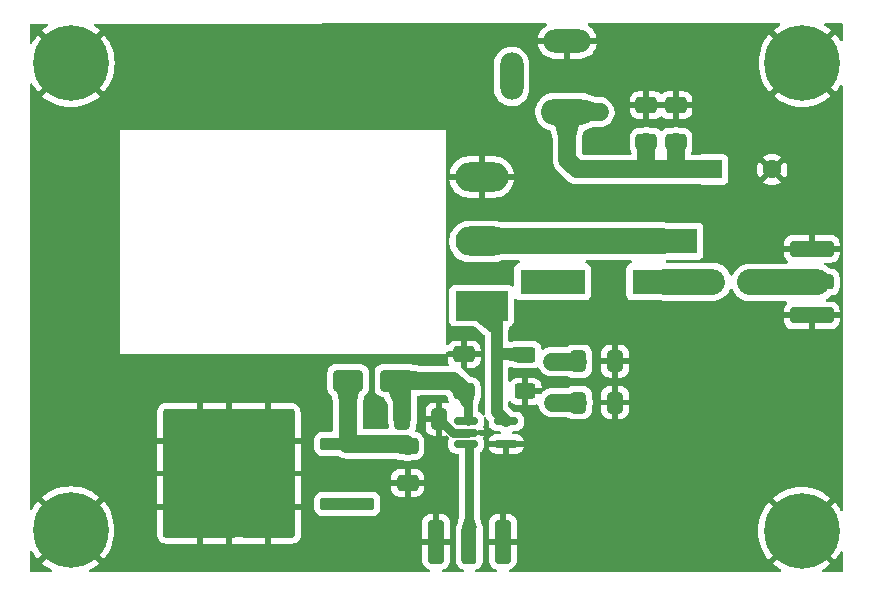
<source format=gbr>
%TF.GenerationSoftware,KiCad,Pcbnew,8.99.0-unknown-2b81d3a93c~180~ubuntu22.04.1*%
%TF.CreationDate,2024-08-01T07:46:56+05:30*%
%TF.ProjectId,HF-PA-v10,48462d50-412d-4763-9130-2e6b69636164,rev?*%
%TF.SameCoordinates,Original*%
%TF.FileFunction,Copper,L1,Top*%
%TF.FilePolarity,Positive*%
%FSLAX46Y46*%
G04 Gerber Fmt 4.6, Leading zero omitted, Abs format (unit mm)*
G04 Created by KiCad (PCBNEW 8.99.0-unknown-2b81d3a93c~180~ubuntu22.04.1) date 2024-08-01 07:46:56*
%MOMM*%
%LPD*%
G01*
G04 APERTURE LIST*
G04 Aperture macros list*
%AMRoundRect*
0 Rectangle with rounded corners*
0 $1 Rounding radius*
0 $2 $3 $4 $5 $6 $7 $8 $9 X,Y pos of 4 corners*
0 Add a 4 corners polygon primitive as box body*
4,1,4,$2,$3,$4,$5,$6,$7,$8,$9,$2,$3,0*
0 Add four circle primitives for the rounded corners*
1,1,$1+$1,$2,$3*
1,1,$1+$1,$4,$5*
1,1,$1+$1,$6,$7*
1,1,$1+$1,$8,$9*
0 Add four rect primitives between the rounded corners*
20,1,$1+$1,$2,$3,$4,$5,0*
20,1,$1+$1,$4,$5,$6,$7,0*
20,1,$1+$1,$6,$7,$8,$9,0*
20,1,$1+$1,$8,$9,$2,$3,0*%
G04 Aperture macros list end*
%TA.AperFunction,ComponentPad*%
%ADD10C,0.800000*%
%TD*%
%TA.AperFunction,ComponentPad*%
%ADD11C,6.400000*%
%TD*%
%TA.AperFunction,SMDPad,CuDef*%
%ADD12RoundRect,0.250000X1.350000X-0.385000X1.350000X0.385000X-1.350000X0.385000X-1.350000X-0.385000X0*%
%TD*%
%TA.AperFunction,SMDPad,CuDef*%
%ADD13RoundRect,0.250000X1.600000X-0.425000X1.600000X0.425000X-1.600000X0.425000X-1.600000X-0.425000X0*%
%TD*%
%TA.AperFunction,SMDPad,CuDef*%
%ADD14RoundRect,0.250000X-0.412500X-0.650000X0.412500X-0.650000X0.412500X0.650000X-0.412500X0.650000X0*%
%TD*%
%TA.AperFunction,ComponentPad*%
%ADD15O,4.400000X2.200000*%
%TD*%
%TA.AperFunction,ComponentPad*%
%ADD16O,4.000000X2.000000*%
%TD*%
%TA.AperFunction,ComponentPad*%
%ADD17O,2.000000X4.000000*%
%TD*%
%TA.AperFunction,SMDPad,CuDef*%
%ADD18RoundRect,0.250000X0.650000X-0.412500X0.650000X0.412500X-0.650000X0.412500X-0.650000X-0.412500X0*%
%TD*%
%TA.AperFunction,SMDPad,CuDef*%
%ADD19RoundRect,0.250000X-0.385000X-1.350000X0.385000X-1.350000X0.385000X1.350000X-0.385000X1.350000X0*%
%TD*%
%TA.AperFunction,SMDPad,CuDef*%
%ADD20RoundRect,0.250000X-0.425000X-1.600000X0.425000X-1.600000X0.425000X1.600000X-0.425000X1.600000X0*%
%TD*%
%TA.AperFunction,ComponentPad*%
%ADD21R,4.500000X2.500000*%
%TD*%
%TA.AperFunction,ComponentPad*%
%ADD22O,4.500000X2.500000*%
%TD*%
%TA.AperFunction,SMDPad,CuDef*%
%ADD23RoundRect,0.250000X0.412500X0.650000X-0.412500X0.650000X-0.412500X-0.650000X0.412500X-0.650000X0*%
%TD*%
%TA.AperFunction,SMDPad,CuDef*%
%ADD24RoundRect,0.250000X1.000000X0.650000X-1.000000X0.650000X-1.000000X-0.650000X1.000000X-0.650000X0*%
%TD*%
%TA.AperFunction,SMDPad,CuDef*%
%ADD25RoundRect,0.162500X-0.837500X-0.162500X0.837500X-0.162500X0.837500X0.162500X-0.837500X0.162500X0*%
%TD*%
%TA.AperFunction,ComponentPad*%
%ADD26R,1.600000X1.600000*%
%TD*%
%TA.AperFunction,ComponentPad*%
%ADD27C,1.600000*%
%TD*%
%TA.AperFunction,SMDPad,CuDef*%
%ADD28R,5.500000X2.150000*%
%TD*%
%TA.AperFunction,SMDPad,CuDef*%
%ADD29RoundRect,0.250000X-0.650000X0.412500X-0.650000X-0.412500X0.650000X-0.412500X0.650000X0.412500X0*%
%TD*%
%TA.AperFunction,SMDPad,CuDef*%
%ADD30RoundRect,0.250000X2.050000X0.300000X-2.050000X0.300000X-2.050000X-0.300000X2.050000X-0.300000X0*%
%TD*%
%TA.AperFunction,SMDPad,CuDef*%
%ADD31RoundRect,0.250000X2.025000X2.375000X-2.025000X2.375000X-2.025000X-2.375000X2.025000X-2.375000X0*%
%TD*%
%TA.AperFunction,SMDPad,CuDef*%
%ADD32RoundRect,0.289364X5.290636X5.150636X-5.290636X5.150636X-5.290636X-5.150636X5.290636X-5.150636X0*%
%TD*%
%TA.AperFunction,SMDPad,CuDef*%
%ADD33RoundRect,0.292857X2.862143X2.372143X-2.862143X2.372143X-2.862143X-2.372143X2.862143X-2.372143X0*%
%TD*%
%TA.AperFunction,SMDPad,CuDef*%
%ADD34RoundRect,0.288461X2.876539X2.336539X-2.876539X2.336539X-2.876539X-2.336539X2.876539X-2.336539X0*%
%TD*%
%TA.AperFunction,SMDPad,CuDef*%
%ADD35RoundRect,0.250000X-0.625000X0.400000X-0.625000X-0.400000X0.625000X-0.400000X0.625000X0.400000X0*%
%TD*%
%TA.AperFunction,ViaPad*%
%ADD36C,0.800000*%
%TD*%
%TA.AperFunction,Conductor*%
%ADD37C,0.750000*%
%TD*%
%TA.AperFunction,Conductor*%
%ADD38C,1.000000*%
%TD*%
%TA.AperFunction,Conductor*%
%ADD39C,2.200000*%
%TD*%
%TA.AperFunction,Conductor*%
%ADD40C,1.500000*%
%TD*%
G04 APERTURE END LIST*
D10*
%TO.P,H3,1,1*%
%TO.N,GND*%
X139400000Y-105720000D03*
X140102944Y-104022944D03*
X140102944Y-107417056D03*
X141800000Y-103320000D03*
D11*
X141800000Y-105720000D03*
D10*
X141800000Y-108120000D03*
X143497056Y-104022944D03*
X143497056Y-107417056D03*
X144200000Y-105720000D03*
%TD*%
D12*
%TO.P,RF_OUT1,1,In*%
%TO.N,Net-(RF_OUT1-In)*%
X204807500Y-84720000D03*
D13*
%TO.P,RF_OUT1,2,Ext*%
%TO.N,GND*%
X204557500Y-81895000D03*
X204557500Y-87545000D03*
%TD*%
D14*
%TO.P,C12,1*%
%TO.N,+VDC*%
X184757500Y-94920000D03*
%TO.P,C12,2*%
%TO.N,GND*%
X187882500Y-94920000D03*
%TD*%
D15*
%TO.P,Power1,1*%
%TO.N,+VDC*%
X183850000Y-70312500D03*
D16*
%TO.P,Power1,2*%
%TO.N,GND*%
X183850000Y-64312500D03*
D17*
%TO.P,Power1,3*%
%TO.N,unconnected-(Power1-Pad3)*%
X179150000Y-67312500D03*
%TD*%
D14*
%TO.P,C9,1*%
%TO.N,9V*%
X169887500Y-96320000D03*
%TO.P,C9,2*%
%TO.N,GND*%
X173012500Y-96320000D03*
%TD*%
D18*
%TO.P,C4,1*%
%TO.N,9V*%
X175110000Y-93962500D03*
%TO.P,C4,2*%
%TO.N,GND*%
X175110000Y-90837500D03*
%TD*%
D10*
%TO.P,H4,1,1*%
%TO.N,GND*%
X201300000Y-105790000D03*
X202002944Y-104092944D03*
X202002944Y-107487056D03*
X203700000Y-103390000D03*
D11*
X203700000Y-105790000D03*
D10*
X203700000Y-108190000D03*
X205397056Y-104092944D03*
X205397056Y-107487056D03*
X206100000Y-105790000D03*
%TD*%
D19*
%TO.P,RF_IN1,1,In*%
%TO.N,Net-(RF_IN1-In)*%
X175570000Y-106940000D03*
D20*
%TO.P,RF_IN1,2,Ext*%
%TO.N,GND*%
X178395000Y-106690000D03*
X172745000Y-106690000D03*
%TD*%
D21*
%TO.P,Q1,1,G*%
%TO.N,Net-(Q1-G)*%
X176600000Y-86720000D03*
D22*
%TO.P,Q1,2,D*%
%TO.N,/DRAIN*%
X176600000Y-81270000D03*
%TO.P,Q1,3,S*%
%TO.N,GND*%
X176600000Y-75820000D03*
%TD*%
D23*
%TO.P,C3,1*%
%TO.N,Net-(RF_OUT1-In)*%
X199330000Y-84750000D03*
%TO.P,C3,2*%
%TO.N,Net-(C3-Pad2)*%
X196205000Y-84750000D03*
%TD*%
D24*
%TO.P,D1,1,K*%
%TO.N,9V*%
X169290000Y-93060000D03*
%TO.P,D1,2,A*%
%TO.N,Net-(D1-A)*%
X165290000Y-93060000D03*
%TD*%
D25*
%TO.P,U2,1,VDD*%
%TO.N,9V*%
X175270000Y-96512500D03*
%TO.P,U2,2,GND*%
%TO.N,GND*%
X175270000Y-97462500D03*
%TO.P,U2,3,IN+*%
%TO.N,Net-(RF_IN1-In)*%
X175270000Y-98412500D03*
%TO.P,U2,4,IN-*%
%TO.N,GND*%
X178690000Y-98412500D03*
%TO.P,U2,5,OUT*%
%TO.N,Net-(Q1-G)*%
X178690000Y-96512500D03*
%TD*%
D26*
%TO.P,C6,1*%
%TO.N,+VDC*%
X196187349Y-75180000D03*
D27*
%TO.P,C6,2*%
%TO.N,GND*%
X201187349Y-75180000D03*
%TD*%
D28*
%TO.P,T1,1*%
%TO.N,/DRAIN*%
X182610000Y-81255000D03*
%TO.P,T1,2*%
%TO.N,+VDC*%
X182610000Y-84685000D03*
%TO.P,T1,3*%
%TO.N,Net-(C3-Pad2)*%
X192110000Y-84685000D03*
%TO.P,T1,4*%
%TO.N,/DRAIN*%
X192110000Y-81255000D03*
%TD*%
D10*
%TO.P,H1,1,1*%
%TO.N,GND*%
X139430000Y-66200000D03*
X140132944Y-64502944D03*
X140132944Y-67897056D03*
X141830000Y-63800000D03*
D11*
X141830000Y-66200000D03*
D10*
X141830000Y-68600000D03*
X143527056Y-64502944D03*
X143527056Y-67897056D03*
X144230000Y-66200000D03*
%TD*%
D18*
%TO.P,C5,1*%
%TO.N,+VDC*%
X193040000Y-72862500D03*
%TO.P,C5,2*%
%TO.N,GND*%
X193040000Y-69737500D03*
%TD*%
D29*
%TO.P,C8,1*%
%TO.N,Net-(D1-A)*%
X170340000Y-98597500D03*
%TO.P,C8,2*%
%TO.N,GND*%
X170340000Y-101722500D03*
%TD*%
D30*
%TO.P,U1,1,IN*%
%TO.N,+VDC*%
X165225000Y-103505000D03*
D31*
%TO.P,U1,2,GND*%
%TO.N,GND*%
X158500000Y-103740000D03*
X158500000Y-98190000D03*
D32*
X155195000Y-100925000D03*
D33*
X152770000Y-98150000D03*
D34*
X152760000Y-103740000D03*
D30*
%TO.P,U1,3,OUT*%
%TO.N,Net-(D1-A)*%
X165225000Y-98425000D03*
%TD*%
D18*
%TO.P,C10,1*%
%TO.N,+VDC*%
X190550000Y-72862500D03*
%TO.P,C10,2*%
%TO.N,GND*%
X190550000Y-69737500D03*
%TD*%
D10*
%TO.P,H2,1,1*%
%TO.N,GND*%
X201352944Y-66177944D03*
X202055888Y-64480888D03*
X202055888Y-67875000D03*
X203752944Y-63777944D03*
D11*
X203752944Y-66177944D03*
D10*
X203752944Y-68577944D03*
X205450000Y-64480888D03*
X205450000Y-67875000D03*
X206152944Y-66177944D03*
%TD*%
D35*
%TO.P,R3,1*%
%TO.N,Net-(Q1-G)*%
X180300000Y-90870000D03*
%TO.P,R3,2*%
%TO.N,GND*%
X180300000Y-93970000D03*
%TD*%
D14*
%TO.P,C2,1*%
%TO.N,+VDC*%
X184770000Y-91410000D03*
%TO.P,C2,2*%
%TO.N,GND*%
X187895000Y-91410000D03*
%TD*%
D36*
%TO.N,GND*%
X143980000Y-76400000D03*
X197820000Y-64080000D03*
X141680000Y-98740000D03*
X143980000Y-71320000D03*
X141470000Y-89050000D03*
X157950000Y-65770000D03*
X141470000Y-76340000D03*
X201370000Y-97830000D03*
X192740000Y-64080000D03*
X150700000Y-99000000D03*
X190140000Y-66590000D03*
X150760000Y-96490000D03*
X167830000Y-65770000D03*
X175450000Y-65770000D03*
X153280000Y-70470000D03*
X198830000Y-97830000D03*
X150850000Y-65770000D03*
X165990000Y-70470000D03*
X192060000Y-100340000D03*
X190200000Y-64080000D03*
X206170000Y-78980000D03*
X195220000Y-66590000D03*
X193690000Y-100340000D03*
X192370000Y-105840000D03*
X153390000Y-65770000D03*
X187040000Y-97830000D03*
X201310000Y-100340000D03*
X172910000Y-65770000D03*
X147260000Y-91290000D03*
X196230000Y-94700000D03*
X203660000Y-76380000D03*
X147210000Y-92570000D03*
X193750000Y-97830000D03*
X189770000Y-108350000D03*
X141470000Y-78880000D03*
X198830000Y-92190000D03*
X196290000Y-97830000D03*
X152340000Y-91290000D03*
X203660000Y-71300000D03*
X155870000Y-68280000D03*
X144190000Y-96260000D03*
X157890000Y-68280000D03*
X172870000Y-70450000D03*
X197450000Y-105840000D03*
X160430000Y-68280000D03*
X205970000Y-92210000D03*
X203460000Y-94690000D03*
X196230000Y-100340000D03*
X206170000Y-76440000D03*
X148310000Y-65770000D03*
X163030000Y-65770000D03*
X152370000Y-101070000D03*
X163450000Y-70470000D03*
X143980000Y-86570000D03*
X165510000Y-68280000D03*
X167160000Y-108140000D03*
X169040000Y-108100000D03*
X195280000Y-64080000D03*
X196290000Y-92190000D03*
X150790000Y-68280000D03*
X203660000Y-73840000D03*
X141470000Y-86510000D03*
X144190000Y-98800000D03*
X154880000Y-91290000D03*
X193690000Y-94700000D03*
X192310000Y-108350000D03*
X175390000Y-68280000D03*
X201370000Y-92190000D03*
X141470000Y-73800000D03*
X197760000Y-66590000D03*
X150680000Y-103580000D03*
X154830000Y-92570000D03*
X148200000Y-70470000D03*
X170310000Y-68280000D03*
X141470000Y-83970000D03*
X143980000Y-78940000D03*
X143980000Y-81490000D03*
X192680000Y-66590000D03*
X152330000Y-99000000D03*
X205970000Y-94750000D03*
X170330000Y-70450000D03*
X170370000Y-65770000D03*
X197390000Y-108350000D03*
X141680000Y-101280000D03*
X152310000Y-103580000D03*
X184440000Y-100340000D03*
X149800000Y-91290000D03*
X178700000Y-100050000D03*
X175410000Y-70450000D03*
X184500000Y-97830000D03*
X152290000Y-92570000D03*
X194850000Y-108350000D03*
X189580000Y-97830000D03*
X162970000Y-68280000D03*
X150740000Y-70470000D03*
X155820000Y-70470000D03*
X167790000Y-70450000D03*
X167770000Y-68280000D03*
X143980000Y-73860000D03*
X144190000Y-101340000D03*
X173054721Y-100470673D03*
X160910000Y-70470000D03*
X206170000Y-71360000D03*
X173060000Y-99190000D03*
X160490000Y-65770000D03*
X201310000Y-94700000D03*
X157030000Y-91280000D03*
X143980000Y-84030000D03*
X149750000Y-92570000D03*
X189520000Y-100340000D03*
X141470000Y-81430000D03*
X203660000Y-78920000D03*
X150740000Y-101070000D03*
X155930000Y-65770000D03*
X169040000Y-106770000D03*
X198770000Y-100340000D03*
X206170000Y-73900000D03*
X141680000Y-93660000D03*
X148250000Y-68280000D03*
X141680000Y-96200000D03*
X198770000Y-94700000D03*
X144190000Y-93720000D03*
X193750000Y-92190000D03*
X141470000Y-71260000D03*
X165570000Y-65770000D03*
X143980000Y-89110000D03*
X153330000Y-68280000D03*
X152390000Y-96490000D03*
X203460000Y-92150000D03*
X172850000Y-68280000D03*
X192120000Y-97830000D03*
X189830000Y-105840000D03*
X194910000Y-105840000D03*
X186980000Y-100340000D03*
X156980000Y-92560000D03*
%TO.N,+VDC*%
X166410000Y-103450000D03*
X165430000Y-103460000D03*
X181570000Y-84800000D03*
X184460000Y-84870000D03*
X182570000Y-91450000D03*
X182640000Y-94920000D03*
X182590000Y-84860000D03*
X183420000Y-84210000D03*
X163590000Y-103470000D03*
X180560000Y-84830000D03*
X164500000Y-103460000D03*
%TD*%
D37*
%TO.N,GND*%
X174182500Y-97472500D02*
X173070000Y-96360000D01*
X175440000Y-97472500D02*
X174182500Y-97472500D01*
X175440000Y-97472500D02*
X174562514Y-97472500D01*
D38*
%TO.N,Net-(Q1-G)*%
X177860000Y-95682500D02*
X177860000Y-87980000D01*
X177860000Y-90840000D02*
X180270000Y-90840000D01*
X177860000Y-87980000D02*
X176600000Y-86720000D01*
X178690000Y-96512500D02*
X177860000Y-95682500D01*
D39*
%TO.N,/DRAIN*%
X176600000Y-81270000D02*
X182455000Y-81270000D01*
X182455000Y-81270000D02*
X182460000Y-81275000D01*
X182460000Y-81275000D02*
X191960000Y-81275000D01*
%TO.N,Net-(RF_OUT1-In)*%
X199330000Y-84750000D02*
X204977500Y-84750000D01*
D40*
%TO.N,Net-(D1-A)*%
X165225000Y-98425000D02*
X170167500Y-98425000D01*
X165290000Y-93060000D02*
X165290000Y-98360000D01*
X165290000Y-98360000D02*
X165225000Y-98425000D01*
X170167500Y-98425000D02*
X170340000Y-98597500D01*
%TO.N,9V*%
X174207500Y-93060000D02*
X175110000Y-93962500D01*
D38*
X174577500Y-93430000D02*
X175110000Y-93962500D01*
D40*
X169290000Y-93060000D02*
X174207500Y-93060000D01*
D37*
X175440000Y-94610000D02*
X175440000Y-96522500D01*
D40*
X169887500Y-93657500D02*
X169290000Y-93060000D01*
D37*
X170097500Y-96330000D02*
X170097500Y-93442500D01*
D40*
X169887500Y-96320000D02*
X169887500Y-93657500D01*
D37*
%TO.N,Net-(RF_IN1-In)*%
X175570000Y-98552500D02*
X175440000Y-98422500D01*
X175570000Y-107140000D02*
X175570000Y-98552500D01*
D39*
%TO.N,Net-(C3-Pad2)*%
X192110000Y-84685000D02*
X196140000Y-84685000D01*
D40*
%TO.N,+VDC*%
X186110000Y-75170000D02*
X184650000Y-75170000D01*
X193070000Y-75170000D02*
X191160000Y-75170000D01*
X186120000Y-75180000D02*
X196187349Y-75180000D01*
X191160000Y-75170000D02*
X190570000Y-75170000D01*
X183850000Y-74370000D02*
X183850000Y-70312500D01*
X183270000Y-70892500D02*
X183850000Y-70312500D01*
X186110000Y-75170000D02*
X186120000Y-75180000D01*
X190550000Y-72862500D02*
X190550000Y-75150000D01*
X195330000Y-75170000D02*
X193070000Y-75170000D01*
X182640000Y-94920000D02*
X184757500Y-94920000D01*
X192270000Y-75170000D02*
X192280000Y-75180000D01*
X193040000Y-72862500D02*
X193040000Y-75140000D01*
X186560000Y-70312500D02*
X186600000Y-70352500D01*
X193040000Y-75140000D02*
X193070000Y-75170000D01*
X191160000Y-75170000D02*
X192270000Y-75170000D01*
X182570000Y-91450000D02*
X184730000Y-91450000D01*
X190570000Y-75170000D02*
X186110000Y-75170000D01*
X183850000Y-70312500D02*
X186560000Y-70312500D01*
X190550000Y-75150000D02*
X190570000Y-75170000D01*
X184650000Y-75170000D02*
X183850000Y-74370000D01*
%TD*%
%TA.AperFunction,Conductor*%
%TO.N,GND*%
G36*
X140579588Y-106762330D02*
G01*
X140757670Y-106940412D01*
X140859301Y-107014251D01*
X140314884Y-107558667D01*
X140352944Y-107466784D01*
X140352944Y-107367328D01*
X140314884Y-107275442D01*
X140244558Y-107205116D01*
X140152672Y-107167056D01*
X140053216Y-107167056D01*
X139961330Y-107205116D01*
X139891004Y-107275442D01*
X139852944Y-107367328D01*
X139852944Y-107466784D01*
X139891004Y-107558670D01*
X139961330Y-107628996D01*
X140053216Y-107667056D01*
X140152672Y-107667056D01*
X140244555Y-107628996D01*
X139364650Y-108508902D01*
X139622214Y-108717475D01*
X139622216Y-108717476D01*
X139947456Y-108928689D01*
X140146319Y-109030015D01*
X140197115Y-109077989D01*
X140213910Y-109145810D01*
X140191373Y-109211945D01*
X140136658Y-109255397D01*
X140090024Y-109264500D01*
X138457869Y-109264500D01*
X138390830Y-109244815D01*
X138345075Y-109192011D01*
X138333870Y-109140927D01*
X138330501Y-108161633D01*
X138330500Y-108161206D01*
X138330500Y-107577172D01*
X138350185Y-107510133D01*
X138402989Y-107464378D01*
X138472147Y-107454434D01*
X138535703Y-107483459D01*
X138564985Y-107520877D01*
X138591310Y-107572543D01*
X138802523Y-107897783D01*
X138802525Y-107897785D01*
X139011096Y-108155348D01*
X140505747Y-106660697D01*
X140579588Y-106762330D01*
G37*
%TD.AperFunction*%
%TA.AperFunction,Conductor*%
G36*
X201842875Y-62797848D02*
G01*
X201888681Y-62850607D01*
X201898692Y-62919756D01*
X201869729Y-62983340D01*
X201843473Y-63006223D01*
X201575146Y-63180478D01*
X201317593Y-63389039D01*
X201317593Y-63389040D01*
X202197500Y-64268947D01*
X202105616Y-64230888D01*
X202006160Y-64230888D01*
X201914274Y-64268948D01*
X201843948Y-64339274D01*
X201805888Y-64431160D01*
X201805888Y-64530616D01*
X201843947Y-64622500D01*
X200964040Y-63742593D01*
X200964039Y-63742593D01*
X200755475Y-64000150D01*
X200544254Y-64325400D01*
X200368188Y-64670949D01*
X200229206Y-65033007D01*
X200128831Y-65407613D01*
X200128830Y-65407620D01*
X200068163Y-65790656D01*
X200047866Y-66177943D01*
X200047866Y-66177944D01*
X200068163Y-66565231D01*
X200128830Y-66948267D01*
X200128831Y-66948274D01*
X200229206Y-67322880D01*
X200368188Y-67684938D01*
X200544254Y-68030487D01*
X200755467Y-68355727D01*
X200755469Y-68355729D01*
X200964040Y-68613292D01*
X202458691Y-67118641D01*
X202532532Y-67220274D01*
X202710614Y-67398356D01*
X202812245Y-67472195D01*
X202267828Y-68016611D01*
X202305888Y-67924728D01*
X202305888Y-67825272D01*
X202267828Y-67733386D01*
X202197502Y-67663060D01*
X202105616Y-67625000D01*
X202006160Y-67625000D01*
X201914274Y-67663060D01*
X201843948Y-67733386D01*
X201805888Y-67825272D01*
X201805888Y-67924728D01*
X201843948Y-68016614D01*
X201914274Y-68086940D01*
X202006160Y-68125000D01*
X202105616Y-68125000D01*
X202197499Y-68086940D01*
X201317594Y-68966846D01*
X201575158Y-69175419D01*
X201575160Y-69175420D01*
X201900400Y-69386633D01*
X202245949Y-69562699D01*
X202608007Y-69701681D01*
X202982613Y-69802056D01*
X202982620Y-69802057D01*
X203365656Y-69862724D01*
X203752943Y-69883022D01*
X203752945Y-69883022D01*
X204140231Y-69862724D01*
X204523267Y-69802057D01*
X204523274Y-69802056D01*
X204897880Y-69701681D01*
X205259938Y-69562699D01*
X205605487Y-69386633D01*
X205930715Y-69175428D01*
X205930728Y-69175418D01*
X206188292Y-68966846D01*
X205308386Y-68086940D01*
X205400272Y-68125000D01*
X205499728Y-68125000D01*
X205591614Y-68086940D01*
X205661940Y-68016614D01*
X205700000Y-67924728D01*
X205700000Y-67825272D01*
X205661940Y-67733386D01*
X206541846Y-68613292D01*
X206750418Y-68355728D01*
X206750427Y-68355715D01*
X206950381Y-68047814D01*
X207003402Y-68002311D01*
X207072607Y-67992697D01*
X207136024Y-68022024D01*
X207173518Y-68080981D01*
X207178375Y-68114922D01*
X207191310Y-71875096D01*
X207198093Y-73847011D01*
X207199499Y-74255557D01*
X207199500Y-74255984D01*
X207199500Y-103991706D01*
X207179815Y-104058745D01*
X207127011Y-104104500D01*
X207057853Y-104114444D01*
X206994297Y-104085419D01*
X206965015Y-104048001D01*
X206908689Y-103937456D01*
X206697476Y-103612216D01*
X206697475Y-103612214D01*
X206488902Y-103354650D01*
X205608997Y-104234555D01*
X205647056Y-104142672D01*
X205647056Y-104043216D01*
X205608996Y-103951330D01*
X205538670Y-103881004D01*
X205446784Y-103842944D01*
X205347328Y-103842944D01*
X205255442Y-103881004D01*
X205185116Y-103951330D01*
X205147056Y-104043216D01*
X205147056Y-104142672D01*
X205185116Y-104234558D01*
X205255442Y-104304884D01*
X205347328Y-104342944D01*
X205446784Y-104342944D01*
X205538667Y-104304885D01*
X204994251Y-104849301D01*
X204920412Y-104747670D01*
X204742330Y-104569588D01*
X204640698Y-104495748D01*
X206135349Y-103001096D01*
X205877785Y-102792525D01*
X205877783Y-102792523D01*
X205552543Y-102581310D01*
X205206994Y-102405244D01*
X204844936Y-102266262D01*
X204470330Y-102165887D01*
X204470323Y-102165886D01*
X204087287Y-102105219D01*
X203700001Y-102084922D01*
X203699999Y-102084922D01*
X203312712Y-102105219D01*
X202929676Y-102165886D01*
X202929669Y-102165887D01*
X202555063Y-102266262D01*
X202193005Y-102405244D01*
X201847456Y-102581310D01*
X201522206Y-102792531D01*
X201264649Y-103001095D01*
X201264649Y-103001096D01*
X202144556Y-103881003D01*
X202052672Y-103842944D01*
X201953216Y-103842944D01*
X201861330Y-103881004D01*
X201791004Y-103951330D01*
X201752944Y-104043216D01*
X201752944Y-104142672D01*
X201791003Y-104234556D01*
X200911096Y-103354649D01*
X200911095Y-103354649D01*
X200702531Y-103612206D01*
X200491310Y-103937456D01*
X200315244Y-104283005D01*
X200176262Y-104645063D01*
X200075887Y-105019669D01*
X200075886Y-105019676D01*
X200015219Y-105402712D01*
X199994922Y-105789999D01*
X199994922Y-105790000D01*
X200015219Y-106177287D01*
X200075886Y-106560323D01*
X200075887Y-106560330D01*
X200176262Y-106934936D01*
X200315244Y-107296994D01*
X200491310Y-107642543D01*
X200702523Y-107967783D01*
X200702525Y-107967785D01*
X200911096Y-108225348D01*
X202405747Y-106730697D01*
X202479588Y-106832330D01*
X202657670Y-107010412D01*
X202759301Y-107084251D01*
X202214884Y-107628667D01*
X202252944Y-107536784D01*
X202252944Y-107437328D01*
X202214884Y-107345442D01*
X202144558Y-107275116D01*
X202052672Y-107237056D01*
X201953216Y-107237056D01*
X201861330Y-107275116D01*
X201791004Y-107345442D01*
X201752944Y-107437328D01*
X201752944Y-107536784D01*
X201791004Y-107628670D01*
X201861330Y-107698996D01*
X201953216Y-107737056D01*
X202052672Y-107737056D01*
X202144555Y-107698996D01*
X201264650Y-108578902D01*
X201522214Y-108787475D01*
X201522216Y-108787476D01*
X201847456Y-108998689D01*
X201908936Y-109030015D01*
X201959732Y-109077989D01*
X201976527Y-109145810D01*
X201953990Y-109211945D01*
X201899275Y-109255397D01*
X201852641Y-109264500D01*
X179031956Y-109264500D01*
X178964917Y-109244815D01*
X178919162Y-109192011D01*
X178909218Y-109122853D01*
X178938243Y-109059297D01*
X178992952Y-109022794D01*
X179139119Y-108974358D01*
X179139124Y-108974356D01*
X179288345Y-108882315D01*
X179412315Y-108758345D01*
X179504356Y-108609124D01*
X179504358Y-108609119D01*
X179559505Y-108442697D01*
X179559506Y-108442690D01*
X179569999Y-108339986D01*
X179570000Y-108339973D01*
X179570000Y-106940000D01*
X177220001Y-106940000D01*
X177220001Y-108339986D01*
X177230494Y-108442697D01*
X177285641Y-108609119D01*
X177285643Y-108609124D01*
X177377684Y-108758345D01*
X177501654Y-108882315D01*
X177650875Y-108974356D01*
X177650880Y-108974358D01*
X177797050Y-109022794D01*
X177854495Y-109062566D01*
X177881318Y-109127082D01*
X177869003Y-109195858D01*
X177821460Y-109247058D01*
X177758046Y-109264500D01*
X176168545Y-109264500D01*
X176101506Y-109244815D01*
X176055751Y-109192011D01*
X176045807Y-109122853D01*
X176074832Y-109059297D01*
X176129541Y-109022794D01*
X176159698Y-109012800D01*
X176274334Y-108974814D01*
X176423656Y-108882712D01*
X176547712Y-108758656D01*
X176639814Y-108609334D01*
X176694999Y-108442797D01*
X176705500Y-108340009D01*
X176705499Y-105539992D01*
X176694999Y-105437203D01*
X176675415Y-105378105D01*
X176670581Y-105358063D01*
X176668611Y-105345332D01*
X176668197Y-105342654D01*
X176575806Y-105040013D01*
X177220000Y-105040013D01*
X177220000Y-106440000D01*
X178145000Y-106440000D01*
X178645000Y-106440000D01*
X179569999Y-106440000D01*
X179569999Y-105040028D01*
X179569998Y-105040013D01*
X179559505Y-104937302D01*
X179504358Y-104770880D01*
X179504356Y-104770875D01*
X179412315Y-104621654D01*
X179288345Y-104497684D01*
X179139124Y-104405643D01*
X179139119Y-104405641D01*
X178972697Y-104350494D01*
X178972690Y-104350493D01*
X178869986Y-104340000D01*
X178645000Y-104340000D01*
X178645000Y-106440000D01*
X178145000Y-106440000D01*
X178145000Y-104340000D01*
X177920029Y-104340000D01*
X177920012Y-104340001D01*
X177817302Y-104350494D01*
X177650880Y-104405641D01*
X177650875Y-104405643D01*
X177501654Y-104497684D01*
X177377684Y-104621654D01*
X177285643Y-104770875D01*
X177285641Y-104770880D01*
X177230494Y-104937302D01*
X177230493Y-104937309D01*
X177220000Y-105040013D01*
X176575806Y-105040013D01*
X176450903Y-104630877D01*
X176445500Y-104594672D01*
X176445500Y-99215338D01*
X176465185Y-99148299D01*
X176505351Y-99109221D01*
X176519388Y-99100736D01*
X176633236Y-98986888D01*
X176716531Y-98849102D01*
X176764430Y-98695387D01*
X176767419Y-98662500D01*
X177193085Y-98662500D01*
X177196064Y-98695292D01*
X177196067Y-98695302D01*
X177243927Y-98848892D01*
X177327163Y-98986580D01*
X177440919Y-99100336D01*
X177578603Y-99183570D01*
X177732207Y-99231434D01*
X177798957Y-99237500D01*
X178440000Y-99237500D01*
X178940000Y-99237500D01*
X179581043Y-99237500D01*
X179647792Y-99231434D01*
X179801396Y-99183570D01*
X179939080Y-99100336D01*
X180052836Y-98986580D01*
X180136072Y-98848892D01*
X180183932Y-98695302D01*
X180183935Y-98695292D01*
X180186914Y-98662500D01*
X178940000Y-98662500D01*
X178940000Y-99237500D01*
X178440000Y-99237500D01*
X178440000Y-98662500D01*
X177193085Y-98662500D01*
X176767419Y-98662500D01*
X176770500Y-98628591D01*
X176770499Y-98196410D01*
X176770499Y-98196409D01*
X176770499Y-98196401D01*
X176764431Y-98129617D01*
X176764429Y-98129609D01*
X176715799Y-97973549D01*
X176714647Y-97903688D01*
X176715799Y-97899767D01*
X176763933Y-97745299D01*
X176763935Y-97745292D01*
X176766914Y-97712500D01*
X176534496Y-97712500D01*
X176470346Y-97694617D01*
X176381602Y-97640969D01*
X176227887Y-97593070D01*
X176227885Y-97593069D01*
X176227883Y-97593069D01*
X176181117Y-97588819D01*
X176161091Y-97587000D01*
X176161088Y-97587000D01*
X175781251Y-97587000D01*
X175714212Y-97567315D01*
X175668457Y-97514511D01*
X175658513Y-97445353D01*
X175687538Y-97381797D01*
X175733788Y-97348443D01*
X175736205Y-97347441D01*
X175783667Y-97337999D01*
X176161097Y-97337999D01*
X176227882Y-97331931D01*
X176227885Y-97331930D01*
X176227887Y-97331930D01*
X176381602Y-97284031D01*
X176470346Y-97230382D01*
X176534496Y-97212500D01*
X176766915Y-97212500D01*
X176766914Y-97212499D01*
X176763935Y-97179707D01*
X176763933Y-97179700D01*
X176715799Y-97025232D01*
X176714647Y-96955371D01*
X176715799Y-96951451D01*
X176716532Y-96949098D01*
X176764430Y-96795387D01*
X176770500Y-96728591D01*
X176770499Y-96296410D01*
X176770499Y-96296409D01*
X176770499Y-96296402D01*
X176767936Y-96268197D01*
X176781473Y-96199652D01*
X176829920Y-96149306D01*
X176897894Y-96133145D01*
X176963816Y-96156299D01*
X176994529Y-96188085D01*
X177082859Y-96320280D01*
X177082860Y-96320281D01*
X177082861Y-96320282D01*
X177153182Y-96390603D01*
X177186666Y-96451924D01*
X177189500Y-96478283D01*
X177189500Y-96728598D01*
X177195568Y-96795382D01*
X177195571Y-96795393D01*
X177243467Y-96949098D01*
X177243468Y-96949100D01*
X177243469Y-96949102D01*
X177297150Y-97037901D01*
X177326766Y-97086891D01*
X177440608Y-97200733D01*
X177440610Y-97200734D01*
X177440612Y-97200736D01*
X177578398Y-97284031D01*
X177732113Y-97331930D01*
X177798909Y-97338000D01*
X178086980Y-97337999D01*
X178154019Y-97357683D01*
X178155845Y-97358880D01*
X178158106Y-97360390D01*
X178202917Y-97413996D01*
X178211633Y-97483320D01*
X178181486Y-97546351D01*
X178122047Y-97583078D01*
X178089227Y-97587500D01*
X177798957Y-97587500D01*
X177732207Y-97593565D01*
X177578603Y-97641429D01*
X177440919Y-97724663D01*
X177327163Y-97838419D01*
X177243927Y-97976107D01*
X177196067Y-98129697D01*
X177196064Y-98129707D01*
X177193085Y-98162499D01*
X177193085Y-98162500D01*
X180186915Y-98162500D01*
X180186914Y-98162499D01*
X180183935Y-98129707D01*
X180183932Y-98129697D01*
X180136072Y-97976107D01*
X180052836Y-97838419D01*
X179939080Y-97724663D01*
X179801396Y-97641429D01*
X179647792Y-97593565D01*
X179581043Y-97587500D01*
X179290773Y-97587500D01*
X179223734Y-97567815D01*
X179177979Y-97515011D01*
X179168035Y-97445853D01*
X179197060Y-97382297D01*
X179221874Y-97360404D01*
X179224120Y-97358903D01*
X179290795Y-97338019D01*
X179293019Y-97337999D01*
X179581097Y-97337999D01*
X179647882Y-97331931D01*
X179647885Y-97331930D01*
X179647887Y-97331930D01*
X179801602Y-97284031D01*
X179939388Y-97200736D01*
X180053236Y-97086888D01*
X180136531Y-96949102D01*
X180184430Y-96795387D01*
X180190500Y-96728591D01*
X180190499Y-96296410D01*
X180190499Y-96296409D01*
X180190499Y-96296401D01*
X180184431Y-96229617D01*
X180184428Y-96229606D01*
X180136532Y-96075901D01*
X180136531Y-96075900D01*
X180136531Y-96075898D01*
X180053236Y-95938112D01*
X180053234Y-95938110D01*
X180053233Y-95938108D01*
X179939391Y-95824266D01*
X179801602Y-95740969D01*
X179781314Y-95734647D01*
X179647887Y-95693070D01*
X179647885Y-95693069D01*
X179647883Y-95693069D01*
X179601117Y-95688819D01*
X179581091Y-95687000D01*
X179581088Y-95687000D01*
X179330782Y-95687000D01*
X179263743Y-95667315D01*
X179243101Y-95650681D01*
X178896819Y-95304398D01*
X178863334Y-95243075D01*
X178860500Y-95216717D01*
X178860500Y-94914095D01*
X178880185Y-94847056D01*
X178932989Y-94801301D01*
X179002147Y-94791357D01*
X179065703Y-94820382D01*
X179081767Y-94837185D01*
X179082685Y-94838346D01*
X179206654Y-94962315D01*
X179355875Y-95054356D01*
X179355880Y-95054358D01*
X179522302Y-95109505D01*
X179522309Y-95109506D01*
X179625019Y-95119999D01*
X180049999Y-95119999D01*
X180050000Y-95119998D01*
X180050000Y-94220000D01*
X180550000Y-94220000D01*
X180550000Y-95119999D01*
X180974972Y-95119999D01*
X180974986Y-95119998D01*
X181077695Y-95109506D01*
X181249026Y-95052731D01*
X181318854Y-95050329D01*
X181378897Y-95086060D01*
X181410090Y-95148580D01*
X181410504Y-95151038D01*
X181420291Y-95212827D01*
X181481117Y-95400029D01*
X181564155Y-95563000D01*
X181570476Y-95575405D01*
X181686172Y-95734646D01*
X181825354Y-95873828D01*
X181984595Y-95989524D01*
X182014225Y-96004621D01*
X182159970Y-96078882D01*
X182159972Y-96078882D01*
X182159975Y-96078884D01*
X182260317Y-96111487D01*
X182347173Y-96139709D01*
X182541578Y-96170500D01*
X182541583Y-96170500D01*
X183853804Y-96170500D01*
X183918900Y-96188961D01*
X184025659Y-96254810D01*
X184025660Y-96254810D01*
X184025666Y-96254814D01*
X184192203Y-96309999D01*
X184294991Y-96320500D01*
X185220008Y-96320499D01*
X185220016Y-96320498D01*
X185220019Y-96320498D01*
X185276302Y-96314748D01*
X185322797Y-96309999D01*
X185489334Y-96254814D01*
X185638656Y-96162712D01*
X185762712Y-96038656D01*
X185854814Y-95889334D01*
X185909999Y-95722797D01*
X185920500Y-95620009D01*
X185920500Y-95619986D01*
X186720001Y-95619986D01*
X186730494Y-95722697D01*
X186785641Y-95889119D01*
X186785643Y-95889124D01*
X186877684Y-96038345D01*
X187001654Y-96162315D01*
X187150875Y-96254356D01*
X187150880Y-96254358D01*
X187317302Y-96309505D01*
X187317309Y-96309506D01*
X187420019Y-96319999D01*
X187632499Y-96319999D01*
X188132500Y-96319999D01*
X188344972Y-96319999D01*
X188344986Y-96319998D01*
X188447697Y-96309505D01*
X188614119Y-96254358D01*
X188614124Y-96254356D01*
X188763345Y-96162315D01*
X188887315Y-96038345D01*
X188979356Y-95889124D01*
X188979358Y-95889119D01*
X189034505Y-95722697D01*
X189034506Y-95722690D01*
X189044999Y-95619986D01*
X189045000Y-95619973D01*
X189045000Y-95170000D01*
X188132500Y-95170000D01*
X188132500Y-96319999D01*
X187632499Y-96319999D01*
X187632500Y-96319998D01*
X187632500Y-95170000D01*
X186720001Y-95170000D01*
X186720001Y-95619986D01*
X185920500Y-95619986D01*
X185920499Y-95406997D01*
X185926568Y-95368678D01*
X185932889Y-95349224D01*
X185977209Y-95212826D01*
X185999121Y-95074479D01*
X186008000Y-95018422D01*
X186008000Y-94821577D01*
X185977209Y-94627177D01*
X185977209Y-94627176D01*
X185977209Y-94627174D01*
X185926568Y-94471318D01*
X185920499Y-94433000D01*
X185920499Y-94220013D01*
X186720000Y-94220013D01*
X186720000Y-94670000D01*
X187632500Y-94670000D01*
X188132500Y-94670000D01*
X189044999Y-94670000D01*
X189044999Y-94220028D01*
X189044998Y-94220013D01*
X189034505Y-94117302D01*
X188979358Y-93950880D01*
X188979356Y-93950875D01*
X188887315Y-93801654D01*
X188763345Y-93677684D01*
X188614124Y-93585643D01*
X188614119Y-93585641D01*
X188447697Y-93530494D01*
X188447690Y-93530493D01*
X188344986Y-93520000D01*
X188132500Y-93520000D01*
X188132500Y-94670000D01*
X187632500Y-94670000D01*
X187632500Y-93520000D01*
X187420029Y-93520000D01*
X187420012Y-93520001D01*
X187317302Y-93530494D01*
X187150880Y-93585641D01*
X187150875Y-93585643D01*
X187001654Y-93677684D01*
X186877684Y-93801654D01*
X186785643Y-93950875D01*
X186785641Y-93950880D01*
X186730494Y-94117302D01*
X186730493Y-94117309D01*
X186720000Y-94220013D01*
X185920499Y-94220013D01*
X185920499Y-94219998D01*
X185920498Y-94219981D01*
X185909999Y-94117203D01*
X185909998Y-94117200D01*
X185906072Y-94105351D01*
X185854814Y-93950666D01*
X185762712Y-93801344D01*
X185638656Y-93677288D01*
X185489334Y-93585186D01*
X185322797Y-93530001D01*
X185322795Y-93530000D01*
X185220010Y-93519500D01*
X184294998Y-93519500D01*
X184294980Y-93519501D01*
X184192203Y-93530000D01*
X184192200Y-93530001D01*
X184025668Y-93585185D01*
X184025659Y-93585189D01*
X183918900Y-93651039D01*
X183853804Y-93669500D01*
X182541578Y-93669500D01*
X182347173Y-93700290D01*
X182159970Y-93761117D01*
X181984594Y-93850476D01*
X181893741Y-93916485D01*
X181825354Y-93966172D01*
X181825352Y-93966174D01*
X181825351Y-93966174D01*
X181686174Y-94105351D01*
X181686167Y-94105360D01*
X181640012Y-94168886D01*
X181584682Y-94211552D01*
X181539695Y-94220000D01*
X180550000Y-94220000D01*
X180050000Y-94220000D01*
X180050000Y-93720000D01*
X180550000Y-93720000D01*
X181674999Y-93720000D01*
X181674999Y-93520028D01*
X181674998Y-93520013D01*
X181664505Y-93417302D01*
X181609358Y-93250880D01*
X181609356Y-93250875D01*
X181517315Y-93101654D01*
X181393345Y-92977684D01*
X181244124Y-92885643D01*
X181244119Y-92885641D01*
X181077697Y-92830494D01*
X181077690Y-92830493D01*
X180974986Y-92820000D01*
X180550000Y-92820000D01*
X180550000Y-93720000D01*
X180050000Y-93720000D01*
X180050000Y-92820000D01*
X179625028Y-92820000D01*
X179625012Y-92820001D01*
X179522302Y-92830494D01*
X179355880Y-92885641D01*
X179355875Y-92885643D01*
X179206654Y-92977684D01*
X179082684Y-93101654D01*
X179081762Y-93102821D01*
X179080926Y-93103412D01*
X179077576Y-93106763D01*
X179077003Y-93106190D01*
X179024737Y-93143194D01*
X178954938Y-93146329D01*
X178894524Y-93111229D01*
X178862677Y-93049040D01*
X178860500Y-93025904D01*
X178860500Y-92023908D01*
X178880185Y-91956869D01*
X178932989Y-91911114D01*
X179002147Y-91901170D01*
X179008795Y-91902312D01*
X179474476Y-91995509D01*
X179474489Y-91995511D01*
X179476467Y-91995907D01*
X179476426Y-91996110D01*
X179491653Y-91999876D01*
X179521628Y-92009808D01*
X179522203Y-92009999D01*
X179624991Y-92020500D01*
X180975008Y-92020499D01*
X181077797Y-92009999D01*
X181244334Y-91954814D01*
X181266338Y-91941241D01*
X181333729Y-91922800D01*
X181400393Y-91943721D01*
X181441921Y-91990484D01*
X181457215Y-92020500D01*
X181500476Y-92105405D01*
X181616172Y-92264646D01*
X181755354Y-92403828D01*
X181914595Y-92519524D01*
X181932518Y-92528656D01*
X182089970Y-92608882D01*
X182089972Y-92608882D01*
X182089975Y-92608884D01*
X182190317Y-92641487D01*
X182277173Y-92669709D01*
X182471578Y-92700500D01*
X182471583Y-92700500D01*
X183931155Y-92700500D01*
X183996251Y-92718961D01*
X184038159Y-92744810D01*
X184038160Y-92744810D01*
X184038166Y-92744814D01*
X184204703Y-92799999D01*
X184307491Y-92810500D01*
X185232508Y-92810499D01*
X185232516Y-92810498D01*
X185232519Y-92810498D01*
X185288802Y-92804748D01*
X185335297Y-92799999D01*
X185501834Y-92744814D01*
X185651156Y-92652712D01*
X185775212Y-92528656D01*
X185867314Y-92379334D01*
X185922499Y-92212797D01*
X185933000Y-92110009D01*
X185933000Y-92109986D01*
X186732501Y-92109986D01*
X186742994Y-92212697D01*
X186798141Y-92379119D01*
X186798143Y-92379124D01*
X186890184Y-92528345D01*
X187014154Y-92652315D01*
X187163375Y-92744356D01*
X187163380Y-92744358D01*
X187329802Y-92799505D01*
X187329809Y-92799506D01*
X187432519Y-92809999D01*
X187644999Y-92809999D01*
X188145000Y-92809999D01*
X188357472Y-92809999D01*
X188357486Y-92809998D01*
X188460197Y-92799505D01*
X188626619Y-92744358D01*
X188626624Y-92744356D01*
X188775845Y-92652315D01*
X188899815Y-92528345D01*
X188991856Y-92379124D01*
X188991858Y-92379119D01*
X189047005Y-92212697D01*
X189047006Y-92212690D01*
X189057499Y-92109986D01*
X189057500Y-92109973D01*
X189057500Y-91660000D01*
X188145000Y-91660000D01*
X188145000Y-92809999D01*
X187644999Y-92809999D01*
X187645000Y-92809998D01*
X187645000Y-91660000D01*
X186732501Y-91660000D01*
X186732501Y-92109986D01*
X185933000Y-92109986D01*
X185932999Y-91813889D01*
X185939068Y-91775572D01*
X185949709Y-91742826D01*
X185969099Y-91620403D01*
X185980500Y-91548422D01*
X185980500Y-91351577D01*
X185959972Y-91221977D01*
X185949709Y-91157174D01*
X185946059Y-91145941D01*
X185939068Y-91124423D01*
X185932999Y-91086106D01*
X185932999Y-90710013D01*
X186732500Y-90710013D01*
X186732500Y-91160000D01*
X187645000Y-91160000D01*
X188145000Y-91160000D01*
X189057499Y-91160000D01*
X189057499Y-90710028D01*
X189057498Y-90710013D01*
X189047005Y-90607302D01*
X188991858Y-90440880D01*
X188991856Y-90440875D01*
X188899815Y-90291654D01*
X188775845Y-90167684D01*
X188626624Y-90075643D01*
X188626619Y-90075641D01*
X188460197Y-90020494D01*
X188460190Y-90020493D01*
X188357486Y-90010000D01*
X188145000Y-90010000D01*
X188145000Y-91160000D01*
X187645000Y-91160000D01*
X187645000Y-90010000D01*
X187432529Y-90010000D01*
X187432512Y-90010001D01*
X187329802Y-90020494D01*
X187163380Y-90075641D01*
X187163375Y-90075643D01*
X187014154Y-90167684D01*
X186890184Y-90291654D01*
X186798143Y-90440875D01*
X186798141Y-90440880D01*
X186742994Y-90607302D01*
X186742993Y-90607309D01*
X186732500Y-90710013D01*
X185932999Y-90710013D01*
X185932999Y-90709998D01*
X185932998Y-90709981D01*
X185922499Y-90607203D01*
X185922498Y-90607200D01*
X185912168Y-90576026D01*
X185867314Y-90440666D01*
X185775212Y-90291344D01*
X185651156Y-90167288D01*
X185501834Y-90075186D01*
X185335297Y-90020001D01*
X185335295Y-90020000D01*
X185232510Y-90009500D01*
X184307498Y-90009500D01*
X184307480Y-90009501D01*
X184204703Y-90020000D01*
X184204700Y-90020001D01*
X184038168Y-90075185D01*
X184038163Y-90075187D01*
X183888841Y-90167290D01*
X183883181Y-90171766D01*
X183881386Y-90169495D01*
X183831628Y-90196666D01*
X183805270Y-90199500D01*
X182471578Y-90199500D01*
X182277173Y-90230290D01*
X182089970Y-90291117D01*
X181914595Y-90380475D01*
X181862603Y-90418250D01*
X181796796Y-90441729D01*
X181728742Y-90425903D01*
X181680048Y-90375797D01*
X181666360Y-90330529D01*
X181664999Y-90317204D01*
X181664998Y-90317200D01*
X181656355Y-90291117D01*
X181609814Y-90150666D01*
X181517712Y-90001344D01*
X181393656Y-89877288D01*
X181244334Y-89785186D01*
X181077797Y-89730001D01*
X181077795Y-89730000D01*
X180975010Y-89719500D01*
X179624988Y-89719500D01*
X179621841Y-89719661D01*
X179621832Y-89719484D01*
X179614073Y-89719836D01*
X179607634Y-89719770D01*
X179602324Y-89719716D01*
X179602323Y-89719716D01*
X179602317Y-89719716D01*
X179536851Y-89728444D01*
X179533077Y-89728889D01*
X179522199Y-89730001D01*
X179522009Y-89730042D01*
X179512464Y-89731696D01*
X179000888Y-89799906D01*
X178931835Y-89789255D01*
X178879503Y-89742961D01*
X178860500Y-89676994D01*
X178860500Y-89031008D01*
X178863793Y-89002622D01*
X178864479Y-88999707D01*
X178903388Y-88559619D01*
X178928899Y-88494576D01*
X178983573Y-88454360D01*
X179092326Y-88413798D01*
X179092326Y-88413797D01*
X179092331Y-88413796D01*
X179207546Y-88327546D01*
X179293796Y-88212331D01*
X179344091Y-88077483D01*
X179350273Y-88019986D01*
X202207501Y-88019986D01*
X202217994Y-88122697D01*
X202273141Y-88289119D01*
X202273143Y-88289124D01*
X202365184Y-88438345D01*
X202489154Y-88562315D01*
X202638375Y-88654356D01*
X202638380Y-88654358D01*
X202804802Y-88709505D01*
X202804809Y-88709506D01*
X202907519Y-88719999D01*
X204307499Y-88719999D01*
X204807500Y-88719999D01*
X206207472Y-88719999D01*
X206207486Y-88719998D01*
X206310197Y-88709505D01*
X206476619Y-88654358D01*
X206476624Y-88654356D01*
X206625845Y-88562315D01*
X206749815Y-88438345D01*
X206841856Y-88289124D01*
X206841858Y-88289119D01*
X206897005Y-88122697D01*
X206897006Y-88122690D01*
X206907499Y-88019986D01*
X206907500Y-88019973D01*
X206907500Y-87795000D01*
X204807500Y-87795000D01*
X204807500Y-88719999D01*
X204307499Y-88719999D01*
X204307500Y-88719998D01*
X204307500Y-87795000D01*
X202207501Y-87795000D01*
X202207501Y-88019986D01*
X179350273Y-88019986D01*
X179350500Y-88017873D01*
X179350499Y-86251512D01*
X179370184Y-86184475D01*
X179422987Y-86138720D01*
X179492146Y-86128776D01*
X179548808Y-86152246D01*
X179591860Y-86184475D01*
X179617668Y-86203795D01*
X179617671Y-86203797D01*
X179752517Y-86254091D01*
X179752516Y-86254091D01*
X179759444Y-86254835D01*
X179812127Y-86260500D01*
X185407872Y-86260499D01*
X185467483Y-86254091D01*
X185602331Y-86203796D01*
X185717546Y-86117546D01*
X185803796Y-86002331D01*
X185854091Y-85867483D01*
X185860500Y-85807873D01*
X185860499Y-83562128D01*
X185854091Y-83502517D01*
X185839802Y-83464207D01*
X185803797Y-83367671D01*
X185803793Y-83367664D01*
X185717547Y-83252455D01*
X185717544Y-83252452D01*
X185602335Y-83166206D01*
X185602328Y-83166202D01*
X185466875Y-83115682D01*
X185410941Y-83073811D01*
X185386524Y-83008347D01*
X185401375Y-82940074D01*
X185450780Y-82890668D01*
X185510208Y-82875500D01*
X189209792Y-82875500D01*
X189276831Y-82895185D01*
X189322586Y-82947989D01*
X189332530Y-83017147D01*
X189303505Y-83080703D01*
X189253125Y-83115682D01*
X189117671Y-83166202D01*
X189117664Y-83166206D01*
X189002455Y-83252452D01*
X189002452Y-83252455D01*
X188916206Y-83367664D01*
X188916202Y-83367671D01*
X188865908Y-83502517D01*
X188859501Y-83562116D01*
X188859501Y-83562123D01*
X188859500Y-83562135D01*
X188859500Y-85807870D01*
X188859501Y-85807876D01*
X188865908Y-85867483D01*
X188916202Y-86002328D01*
X188916206Y-86002335D01*
X189002452Y-86117544D01*
X189002455Y-86117547D01*
X189117664Y-86203793D01*
X189117671Y-86203797D01*
X189252517Y-86254091D01*
X189252516Y-86254091D01*
X189259444Y-86254835D01*
X189312127Y-86260500D01*
X191816434Y-86260499D01*
X191835832Y-86262026D01*
X191903842Y-86272797D01*
X191984038Y-86285500D01*
X191984039Y-86285500D01*
X196265961Y-86285500D01*
X196265962Y-86285500D01*
X196514785Y-86246090D01*
X196754379Y-86168241D01*
X196874925Y-86106818D01*
X196892211Y-86099599D01*
X196936834Y-86084814D01*
X197086156Y-85992712D01*
X197140725Y-85938141D01*
X197155507Y-85925517D01*
X197182656Y-85905793D01*
X197360793Y-85727656D01*
X197508870Y-85523845D01*
X197610921Y-85323557D01*
X197658895Y-85272762D01*
X197726716Y-85255967D01*
X197792851Y-85278504D01*
X197836303Y-85333219D01*
X197839332Y-85341522D01*
X197846759Y-85364379D01*
X197953391Y-85573657D01*
X197961132Y-85588848D01*
X198109201Y-85792649D01*
X198109205Y-85792654D01*
X198287345Y-85970794D01*
X198287350Y-85970798D01*
X198444281Y-86084814D01*
X198491155Y-86118870D01*
X198619912Y-86184475D01*
X198715616Y-86233239D01*
X198715618Y-86233239D01*
X198715621Y-86233241D01*
X198955215Y-86311090D01*
X199204038Y-86350500D01*
X199204039Y-86350500D01*
X202366977Y-86350500D01*
X202434016Y-86370185D01*
X202479771Y-86422989D01*
X202489715Y-86492147D01*
X202460690Y-86555703D01*
X202454658Y-86562181D01*
X202365184Y-86651654D01*
X202273143Y-86800875D01*
X202273141Y-86800880D01*
X202217994Y-86967302D01*
X202217993Y-86967309D01*
X202207500Y-87070013D01*
X202207500Y-87295000D01*
X206907499Y-87295000D01*
X206907499Y-87070028D01*
X206907498Y-87070013D01*
X206897005Y-86967302D01*
X206841858Y-86800880D01*
X206841856Y-86800875D01*
X206749815Y-86651654D01*
X206625845Y-86527684D01*
X206476624Y-86435643D01*
X206476619Y-86435641D01*
X206310197Y-86380494D01*
X206310190Y-86380493D01*
X206207486Y-86370000D01*
X205839971Y-86370000D01*
X205772932Y-86350315D01*
X205727177Y-86297511D01*
X205717233Y-86228353D01*
X205746258Y-86164797D01*
X205783677Y-86135515D01*
X205796903Y-86128776D01*
X205816345Y-86118870D01*
X206020156Y-85970793D01*
X206099130Y-85891817D01*
X206160453Y-85858333D01*
X206186812Y-85855499D01*
X206207502Y-85855499D01*
X206207508Y-85855499D01*
X206310297Y-85844999D01*
X206476834Y-85789814D01*
X206626156Y-85697712D01*
X206750212Y-85573656D01*
X206842314Y-85424334D01*
X206897499Y-85257797D01*
X206908000Y-85155009D01*
X206907999Y-84284992D01*
X206897499Y-84182203D01*
X206842314Y-84015666D01*
X206750212Y-83866344D01*
X206626156Y-83742288D01*
X206476834Y-83650186D01*
X206310297Y-83595001D01*
X206310295Y-83595000D01*
X206207516Y-83584500D01*
X206207509Y-83584500D01*
X206126811Y-83584500D01*
X206059772Y-83564815D01*
X206039130Y-83548181D01*
X206020154Y-83529205D01*
X206020149Y-83529201D01*
X205816348Y-83381132D01*
X205816347Y-83381131D01*
X205816345Y-83381130D01*
X205665917Y-83304483D01*
X205615122Y-83256510D01*
X205598327Y-83188689D01*
X205620864Y-83122554D01*
X205675579Y-83079102D01*
X205722213Y-83069999D01*
X206207471Y-83069999D01*
X206207487Y-83069998D01*
X206310197Y-83059505D01*
X206476619Y-83004358D01*
X206476624Y-83004356D01*
X206625845Y-82912315D01*
X206749815Y-82788345D01*
X206841856Y-82639124D01*
X206841858Y-82639119D01*
X206897005Y-82472697D01*
X206897006Y-82472690D01*
X206907499Y-82369986D01*
X206907500Y-82369973D01*
X206907500Y-82145000D01*
X202207501Y-82145000D01*
X202207501Y-82369986D01*
X202217994Y-82472697D01*
X202273141Y-82639119D01*
X202273143Y-82639124D01*
X202365184Y-82788345D01*
X202489156Y-82912317D01*
X202501549Y-82919961D01*
X202548274Y-82971908D01*
X202559497Y-83040871D01*
X202531654Y-83104953D01*
X202473585Y-83143810D01*
X202436453Y-83149500D01*
X199204038Y-83149500D01*
X199098587Y-83166202D01*
X198955214Y-83188910D01*
X198715616Y-83266760D01*
X198491151Y-83381132D01*
X198287350Y-83529201D01*
X198287345Y-83529205D01*
X198109205Y-83707345D01*
X198109201Y-83707350D01*
X197961132Y-83911151D01*
X197859079Y-84111441D01*
X197811104Y-84162237D01*
X197743283Y-84179032D01*
X197677148Y-84156495D01*
X197633697Y-84101779D01*
X197630663Y-84093465D01*
X197623239Y-84070616D01*
X197541987Y-83911151D01*
X197508870Y-83846155D01*
X197433407Y-83742289D01*
X197360798Y-83642350D01*
X197360794Y-83642345D01*
X197182654Y-83464205D01*
X197182649Y-83464201D01*
X196978848Y-83316132D01*
X196978847Y-83316131D01*
X196978845Y-83316130D01*
X196881570Y-83266566D01*
X196754383Y-83201760D01*
X196514785Y-83123910D01*
X196423811Y-83109501D01*
X196265962Y-83084500D01*
X192341955Y-83084500D01*
X192274916Y-83064815D01*
X192229161Y-83012011D01*
X192219217Y-82942853D01*
X192248242Y-82879297D01*
X192307020Y-82841523D01*
X192322557Y-82838027D01*
X192327190Y-82837292D01*
X192334785Y-82836090D01*
X192334798Y-82836085D01*
X192339528Y-82834951D01*
X192339674Y-82835562D01*
X192371633Y-82830499D01*
X194907871Y-82830499D01*
X194907872Y-82830499D01*
X194967483Y-82824091D01*
X195102331Y-82773796D01*
X195217546Y-82687546D01*
X195303796Y-82572331D01*
X195354091Y-82437483D01*
X195360500Y-82377873D01*
X195360500Y-81420013D01*
X202207500Y-81420013D01*
X202207500Y-81645000D01*
X204307500Y-81645000D01*
X204807500Y-81645000D01*
X206907499Y-81645000D01*
X206907499Y-81420028D01*
X206907498Y-81420013D01*
X206897005Y-81317302D01*
X206841858Y-81150880D01*
X206841856Y-81150875D01*
X206749815Y-81001654D01*
X206625845Y-80877684D01*
X206476624Y-80785643D01*
X206476619Y-80785641D01*
X206310197Y-80730494D01*
X206310190Y-80730493D01*
X206207486Y-80720000D01*
X204807500Y-80720000D01*
X204807500Y-81645000D01*
X204307500Y-81645000D01*
X204307500Y-80720000D01*
X202907528Y-80720000D01*
X202907512Y-80720001D01*
X202804802Y-80730494D01*
X202638380Y-80785641D01*
X202638375Y-80785643D01*
X202489154Y-80877684D01*
X202365184Y-81001654D01*
X202273143Y-81150875D01*
X202273141Y-81150880D01*
X202217994Y-81317302D01*
X202217993Y-81317309D01*
X202207500Y-81420013D01*
X195360500Y-81420013D01*
X195360499Y-80132128D01*
X195354091Y-80072517D01*
X195308798Y-79951081D01*
X195303797Y-79937671D01*
X195303793Y-79937664D01*
X195217547Y-79822455D01*
X195217544Y-79822452D01*
X195102335Y-79736206D01*
X195102328Y-79736202D01*
X194967482Y-79685908D01*
X194967483Y-79685908D01*
X194907883Y-79679501D01*
X194907881Y-79679500D01*
X194907873Y-79679500D01*
X194907865Y-79679500D01*
X192127294Y-79679500D01*
X192107898Y-79677974D01*
X192085962Y-79674500D01*
X182622289Y-79674500D01*
X182602891Y-79672973D01*
X182592420Y-79671314D01*
X182580964Y-79669500D01*
X182580962Y-79669500D01*
X178334993Y-79669500D01*
X178287540Y-79660061D01*
X178163896Y-79608845D01*
X178163889Y-79608843D01*
X178163887Y-79608842D01*
X177942238Y-79549452D01*
X177904215Y-79544446D01*
X177714741Y-79519500D01*
X177714734Y-79519500D01*
X175485266Y-79519500D01*
X175485258Y-79519500D01*
X175268715Y-79548009D01*
X175257762Y-79549452D01*
X175164076Y-79574554D01*
X175036112Y-79608842D01*
X174824123Y-79696650D01*
X174824109Y-79696657D01*
X174625382Y-79811392D01*
X174443338Y-79951081D01*
X174281081Y-80113338D01*
X174141392Y-80295382D01*
X174026657Y-80494109D01*
X174026650Y-80494123D01*
X173938842Y-80706112D01*
X173879453Y-80927759D01*
X173879451Y-80927770D01*
X173849500Y-81155258D01*
X173849500Y-81384741D01*
X173874012Y-81570920D01*
X173879452Y-81612238D01*
X173938842Y-81833887D01*
X174026650Y-82045876D01*
X174026657Y-82045890D01*
X174141392Y-82244617D01*
X174281081Y-82426661D01*
X174281089Y-82426670D01*
X174443330Y-82588911D01*
X174443338Y-82588918D01*
X174625382Y-82728607D01*
X174625385Y-82728608D01*
X174625388Y-82728611D01*
X174824112Y-82843344D01*
X174824117Y-82843346D01*
X174824123Y-82843349D01*
X174889672Y-82870500D01*
X175036113Y-82931158D01*
X175257762Y-82990548D01*
X175485266Y-83020500D01*
X175485273Y-83020500D01*
X177714727Y-83020500D01*
X177714734Y-83020500D01*
X177942238Y-82990548D01*
X178163887Y-82931158D01*
X178287540Y-82879938D01*
X178334993Y-82870500D01*
X179727099Y-82870500D01*
X179794138Y-82890185D01*
X179839893Y-82942989D01*
X179849837Y-83012147D01*
X179820812Y-83075703D01*
X179762034Y-83113477D01*
X179755616Y-83115176D01*
X179752520Y-83115907D01*
X179617671Y-83166202D01*
X179617664Y-83166206D01*
X179502455Y-83252452D01*
X179502452Y-83252455D01*
X179416206Y-83367664D01*
X179416202Y-83367671D01*
X179365908Y-83502517D01*
X179359501Y-83562116D01*
X179359501Y-83562123D01*
X179359500Y-83562135D01*
X179359500Y-84978485D01*
X179339815Y-85045524D01*
X179287011Y-85091279D01*
X179217853Y-85101223D01*
X179161189Y-85077751D01*
X179092331Y-85026204D01*
X179092328Y-85026202D01*
X178957482Y-84975908D01*
X178957483Y-84975908D01*
X178897883Y-84969501D01*
X178897881Y-84969500D01*
X178897873Y-84969500D01*
X178897864Y-84969500D01*
X174302129Y-84969500D01*
X174302123Y-84969501D01*
X174242516Y-84975908D01*
X174107671Y-85026202D01*
X174107664Y-85026206D01*
X173992455Y-85112452D01*
X173992452Y-85112455D01*
X173906206Y-85227664D01*
X173906202Y-85227671D01*
X173855908Y-85362517D01*
X173849501Y-85422116D01*
X173849500Y-85422135D01*
X173849500Y-88017870D01*
X173849501Y-88017876D01*
X173855908Y-88077483D01*
X173906202Y-88212328D01*
X173906206Y-88212335D01*
X173992452Y-88327544D01*
X173992455Y-88327547D01*
X174107664Y-88413793D01*
X174107671Y-88413797D01*
X174242517Y-88464091D01*
X174242516Y-88464091D01*
X174249444Y-88464835D01*
X174302127Y-88470500D01*
X175922518Y-88470499D01*
X175989557Y-88490184D01*
X176001512Y-88498917D01*
X176814494Y-89170814D01*
X176853630Y-89228695D01*
X176859500Y-89266396D01*
X176859500Y-95781045D01*
X176879154Y-95879852D01*
X176872927Y-95949443D01*
X176830064Y-96004621D01*
X176764174Y-96027865D01*
X176696177Y-96011797D01*
X176651421Y-95968194D01*
X176633236Y-95938112D01*
X176633234Y-95938110D01*
X176633233Y-95938108D01*
X176519392Y-95824267D01*
X176519388Y-95824264D01*
X176375349Y-95737188D01*
X176328162Y-95685660D01*
X176315500Y-95631072D01*
X176315500Y-95369723D01*
X176317206Y-95349224D01*
X176331832Y-95261966D01*
X176416309Y-94757977D01*
X176433066Y-94713379D01*
X176444814Y-94694334D01*
X176499999Y-94527797D01*
X176510500Y-94425009D01*
X176510499Y-93499992D01*
X176499999Y-93397203D01*
X176444814Y-93230666D01*
X176352712Y-93081344D01*
X176228656Y-92957288D01*
X176079334Y-92865186D01*
X175912797Y-92810001D01*
X175912795Y-92810000D01*
X175810016Y-92799500D01*
X175810009Y-92799500D01*
X175766836Y-92799500D01*
X175699797Y-92779815D01*
X175679155Y-92763181D01*
X175022147Y-92106173D01*
X175000806Y-92090668D01*
X174911114Y-92025502D01*
X174891449Y-91999999D01*
X175360000Y-91999999D01*
X175809972Y-91999999D01*
X175809986Y-91999998D01*
X175912697Y-91989505D01*
X176079119Y-91934358D01*
X176079124Y-91934356D01*
X176228345Y-91842315D01*
X176352315Y-91718345D01*
X176444356Y-91569124D01*
X176444358Y-91569119D01*
X176499505Y-91402697D01*
X176499506Y-91402690D01*
X176509999Y-91299986D01*
X176510000Y-91299973D01*
X176510000Y-91087500D01*
X175360000Y-91087500D01*
X175360000Y-91999999D01*
X174891449Y-91999999D01*
X174868449Y-91970171D01*
X174860000Y-91925184D01*
X174860000Y-91087500D01*
X173710001Y-91087500D01*
X173710001Y-91299986D01*
X173720494Y-91402697D01*
X173775641Y-91569119D01*
X173775643Y-91569124D01*
X173807273Y-91620403D01*
X173825713Y-91687795D01*
X173804791Y-91754459D01*
X173751149Y-91799229D01*
X173701734Y-91809500D01*
X171517924Y-91809500D01*
X171499628Y-91807654D01*
X171499585Y-91807989D01*
X170449545Y-91671027D01*
X170444701Y-91670195D01*
X170439304Y-91669644D01*
X170435877Y-91669245D01*
X170423785Y-91667668D01*
X170360725Y-91659442D01*
X170352506Y-91658529D01*
X170341496Y-91657307D01*
X170340624Y-91657227D01*
X170340610Y-91657226D01*
X170268946Y-91655885D01*
X170267129Y-91655851D01*
X170267128Y-91655851D01*
X170263766Y-91656521D01*
X170260840Y-91657105D01*
X170236587Y-91659500D01*
X168239998Y-91659500D01*
X168239981Y-91659501D01*
X168137203Y-91670000D01*
X168137200Y-91670001D01*
X167970668Y-91725185D01*
X167970663Y-91725187D01*
X167821342Y-91817289D01*
X167697289Y-91941342D01*
X167605187Y-92090663D01*
X167605186Y-92090666D01*
X167550001Y-92257203D01*
X167550001Y-92257204D01*
X167550000Y-92257204D01*
X167539500Y-92359983D01*
X167539500Y-93760001D01*
X167539501Y-93760018D01*
X167550000Y-93862796D01*
X167550001Y-93862799D01*
X167579187Y-93950875D01*
X167605186Y-94029334D01*
X167697288Y-94178656D01*
X167821344Y-94302712D01*
X167970666Y-94394814D01*
X168137203Y-94449999D01*
X168239991Y-94460500D01*
X168266371Y-94460499D01*
X168333409Y-94480181D01*
X168374931Y-94524573D01*
X168619553Y-94967712D01*
X168621558Y-94971343D01*
X168637000Y-95031269D01*
X168637000Y-96418422D01*
X168667790Y-96612826D01*
X168718431Y-96768680D01*
X168724500Y-96806997D01*
X168724500Y-97020000D01*
X168724502Y-97020024D01*
X168726328Y-97037901D01*
X168713557Y-97106593D01*
X168665675Y-97157477D01*
X168602970Y-97174500D01*
X166664500Y-97174500D01*
X166597461Y-97154815D01*
X166551706Y-97102011D01*
X166540500Y-97050500D01*
X166540500Y-94942099D01*
X166542187Y-94921714D01*
X166623109Y-94436177D01*
X166653546Y-94373289D01*
X166680326Y-94351026D01*
X166758651Y-94302715D01*
X166758654Y-94302713D01*
X166758653Y-94302713D01*
X166758656Y-94302712D01*
X166882712Y-94178656D01*
X166974814Y-94029334D01*
X167029999Y-93862797D01*
X167040500Y-93760009D01*
X167040499Y-92359992D01*
X167029999Y-92257203D01*
X166974814Y-92090666D01*
X166882712Y-91941344D01*
X166758656Y-91817288D01*
X166637933Y-91742826D01*
X166609336Y-91725187D01*
X166609331Y-91725185D01*
X166588689Y-91718345D01*
X166442797Y-91670001D01*
X166442795Y-91670000D01*
X166340010Y-91659500D01*
X164239998Y-91659500D01*
X164239981Y-91659501D01*
X164137203Y-91670000D01*
X164137200Y-91670001D01*
X163970668Y-91725185D01*
X163970663Y-91725187D01*
X163821342Y-91817289D01*
X163697289Y-91941342D01*
X163605187Y-92090663D01*
X163605186Y-92090666D01*
X163550001Y-92257203D01*
X163550001Y-92257204D01*
X163550000Y-92257204D01*
X163539500Y-92359983D01*
X163539500Y-93760001D01*
X163539501Y-93760018D01*
X163550000Y-93862796D01*
X163550001Y-93862799D01*
X163579187Y-93950875D01*
X163605186Y-94029334D01*
X163697288Y-94178656D01*
X163821344Y-94302712D01*
X163899672Y-94351025D01*
X163946397Y-94402972D01*
X163956889Y-94436177D01*
X164037813Y-94921716D01*
X164039500Y-94942102D01*
X164039500Y-97250500D01*
X164019815Y-97317539D01*
X163967011Y-97363294D01*
X163915500Y-97374500D01*
X163124998Y-97374500D01*
X163124980Y-97374501D01*
X163022203Y-97385000D01*
X163022200Y-97385001D01*
X162855668Y-97440185D01*
X162855663Y-97440187D01*
X162706342Y-97532289D01*
X162582289Y-97656342D01*
X162490187Y-97805663D01*
X162490186Y-97805666D01*
X162435001Y-97972203D01*
X162435001Y-97972204D01*
X162435000Y-97972204D01*
X162424500Y-98074983D01*
X162424500Y-98775001D01*
X162424501Y-98775019D01*
X162435000Y-98877796D01*
X162435001Y-98877799D01*
X162471048Y-98986580D01*
X162490186Y-99044334D01*
X162582288Y-99193656D01*
X162706344Y-99317712D01*
X162855666Y-99409814D01*
X163022203Y-99464999D01*
X163124991Y-99475500D01*
X164503577Y-99475499D01*
X164564994Y-99492820D01*
X164565254Y-99492312D01*
X164567810Y-99493614D01*
X164568365Y-99493771D01*
X164569586Y-99494519D01*
X164569593Y-99494522D01*
X164569595Y-99494524D01*
X164645120Y-99533006D01*
X164744969Y-99583882D01*
X164744971Y-99583882D01*
X164744974Y-99583884D01*
X164802921Y-99602712D01*
X164932173Y-99644709D01*
X165126578Y-99675500D01*
X165126583Y-99675500D01*
X165323417Y-99675500D01*
X169304187Y-99675500D01*
X169363814Y-99692410D01*
X169364118Y-99691760D01*
X169368150Y-99693640D01*
X169369284Y-99693961D01*
X169370666Y-99694814D01*
X169537203Y-99749999D01*
X169639991Y-99760500D01*
X169852999Y-99760499D01*
X169891318Y-99766568D01*
X169935874Y-99781045D01*
X170047174Y-99817209D01*
X170120077Y-99828755D01*
X170241579Y-99848000D01*
X170241584Y-99848000D01*
X170438422Y-99848000D01*
X170546422Y-99830893D01*
X170632826Y-99817209D01*
X170788682Y-99766568D01*
X170827000Y-99760499D01*
X171040002Y-99760499D01*
X171040008Y-99760499D01*
X171142797Y-99749999D01*
X171309334Y-99694814D01*
X171458656Y-99602712D01*
X171582712Y-99478656D01*
X171674814Y-99329334D01*
X171729999Y-99162797D01*
X171740500Y-99060009D01*
X171740499Y-98134992D01*
X171729999Y-98032203D01*
X171674814Y-97865666D01*
X171582712Y-97716344D01*
X171458656Y-97592288D01*
X171361380Y-97532288D01*
X171309336Y-97500187D01*
X171309331Y-97500185D01*
X171307862Y-97499698D01*
X171142797Y-97445001D01*
X171142795Y-97445000D01*
X171093792Y-97439994D01*
X171029101Y-97413597D01*
X170988950Y-97356416D01*
X170986088Y-97286605D01*
X170988676Y-97277679D01*
X171039999Y-97122797D01*
X171050500Y-97020009D01*
X171050500Y-97019986D01*
X171850001Y-97019986D01*
X171860494Y-97122697D01*
X171915641Y-97289119D01*
X171915643Y-97289124D01*
X172007684Y-97438345D01*
X172131654Y-97562315D01*
X172280875Y-97654356D01*
X172280880Y-97654358D01*
X172447302Y-97709505D01*
X172447309Y-97709506D01*
X172550019Y-97719999D01*
X172762499Y-97719999D01*
X172762500Y-97719998D01*
X172762500Y-96570000D01*
X171850001Y-96570000D01*
X171850001Y-97019986D01*
X171050500Y-97019986D01*
X171050499Y-96806997D01*
X171056568Y-96768678D01*
X171069591Y-96728598D01*
X171107209Y-96612826D01*
X171124004Y-96506784D01*
X171138000Y-96418422D01*
X171138000Y-95620013D01*
X171850000Y-95620013D01*
X171850000Y-96070000D01*
X172762500Y-96070000D01*
X172762500Y-94920000D01*
X172550029Y-94920000D01*
X172550012Y-94920001D01*
X172447302Y-94930494D01*
X172280880Y-94985641D01*
X172280875Y-94985643D01*
X172131654Y-95077684D01*
X172007684Y-95201654D01*
X171915643Y-95350875D01*
X171915641Y-95350880D01*
X171860494Y-95517302D01*
X171860493Y-95517309D01*
X171850000Y-95620013D01*
X171138000Y-95620013D01*
X171138000Y-94468048D01*
X171157685Y-94401009D01*
X171210489Y-94355254D01*
X171245954Y-94345091D01*
X171495194Y-94312582D01*
X171499631Y-94311907D01*
X171518261Y-94310500D01*
X173585825Y-94310500D01*
X173652864Y-94330185D01*
X173698619Y-94382989D01*
X173709183Y-94421898D01*
X173720001Y-94527797D01*
X173720001Y-94527799D01*
X173775185Y-94694331D01*
X173775189Y-94694340D01*
X173830153Y-94783451D01*
X173848593Y-94850843D01*
X173827670Y-94917507D01*
X173774028Y-94962276D01*
X173704697Y-94970937D01*
X173685611Y-94966253D01*
X173577700Y-94930495D01*
X173577690Y-94930493D01*
X173474986Y-94920000D01*
X173262500Y-94920000D01*
X173262500Y-97719999D01*
X173474972Y-97719999D01*
X173474986Y-97719998D01*
X173577695Y-97709506D01*
X173627557Y-97692983D01*
X173697385Y-97690581D01*
X173757427Y-97726312D01*
X173784948Y-97773799D01*
X173824201Y-97899768D01*
X173825351Y-97969628D01*
X173824201Y-97973547D01*
X173805925Y-98032200D01*
X173775570Y-98129613D01*
X173772582Y-98162500D01*
X173769500Y-98196411D01*
X173769500Y-98628598D01*
X173775568Y-98695382D01*
X173775571Y-98695393D01*
X173823467Y-98849098D01*
X173823468Y-98849100D01*
X173823469Y-98849102D01*
X173840816Y-98877797D01*
X173906766Y-98986891D01*
X174020608Y-99100733D01*
X174020610Y-99100734D01*
X174020612Y-99100736D01*
X174158398Y-99184031D01*
X174312113Y-99231930D01*
X174378909Y-99238000D01*
X174570500Y-99237999D01*
X174637539Y-99257683D01*
X174683294Y-99310487D01*
X174694500Y-99361999D01*
X174694500Y-104594671D01*
X174689097Y-104630877D01*
X174471795Y-105342678D01*
X174463389Y-105373720D01*
X174462434Y-105379056D01*
X174461912Y-105378962D01*
X174457894Y-105398289D01*
X174445001Y-105437199D01*
X174445001Y-105437201D01*
X174434500Y-105539983D01*
X174434500Y-108340001D01*
X174434501Y-108340018D01*
X174445000Y-108442796D01*
X174445001Y-108442799D01*
X174466906Y-108508902D01*
X174500186Y-108609334D01*
X174592288Y-108758656D01*
X174716344Y-108882712D01*
X174865666Y-108974814D01*
X175010462Y-109022794D01*
X175067906Y-109062567D01*
X175094729Y-109127082D01*
X175082414Y-109195858D01*
X175034871Y-109247058D01*
X174971457Y-109264500D01*
X173381956Y-109264500D01*
X173314917Y-109244815D01*
X173269162Y-109192011D01*
X173259218Y-109122853D01*
X173288243Y-109059297D01*
X173342952Y-109022794D01*
X173489119Y-108974358D01*
X173489124Y-108974356D01*
X173638345Y-108882315D01*
X173762315Y-108758345D01*
X173854356Y-108609124D01*
X173854358Y-108609119D01*
X173909505Y-108442697D01*
X173909506Y-108442690D01*
X173919999Y-108339986D01*
X173920000Y-108339973D01*
X173920000Y-106940000D01*
X171570001Y-106940000D01*
X171570001Y-108339986D01*
X171580494Y-108442697D01*
X171635641Y-108609119D01*
X171635643Y-108609124D01*
X171727684Y-108758345D01*
X171851654Y-108882315D01*
X172000875Y-108974356D01*
X172000880Y-108974358D01*
X172147050Y-109022794D01*
X172204495Y-109062566D01*
X172231318Y-109127082D01*
X172219003Y-109195858D01*
X172171460Y-109247058D01*
X172108046Y-109264500D01*
X143509976Y-109264500D01*
X143442937Y-109244815D01*
X143397182Y-109192011D01*
X143387238Y-109122853D01*
X143416263Y-109059297D01*
X143453681Y-109030015D01*
X143652543Y-108928689D01*
X143977771Y-108717484D01*
X143977784Y-108717474D01*
X144235348Y-108508902D01*
X143355442Y-107628996D01*
X143447328Y-107667056D01*
X143546784Y-107667056D01*
X143638670Y-107628996D01*
X143708996Y-107558670D01*
X143747056Y-107466784D01*
X143747056Y-107367328D01*
X143708996Y-107275442D01*
X144588902Y-108155348D01*
X144797474Y-107897784D01*
X144797484Y-107897771D01*
X145008689Y-107572543D01*
X145184755Y-107226994D01*
X145323737Y-106864936D01*
X145424112Y-106490330D01*
X145424113Y-106490323D01*
X145482636Y-106120826D01*
X149095001Y-106120826D01*
X149109902Y-106253094D01*
X149168586Y-106420803D01*
X149263117Y-106571247D01*
X149388752Y-106696882D01*
X149539196Y-106791413D01*
X149706904Y-106850096D01*
X149706909Y-106850097D01*
X149839166Y-106864998D01*
X149839170Y-106864999D01*
X152509999Y-106864999D01*
X153010000Y-106864999D01*
X154945000Y-106864999D01*
X155445000Y-106864999D01*
X158249999Y-106864999D01*
X158750000Y-106864999D01*
X160574972Y-106864999D01*
X160574986Y-106864998D01*
X160677697Y-106854505D01*
X160844119Y-106799358D01*
X160844124Y-106799356D01*
X160993345Y-106707315D01*
X161117315Y-106583345D01*
X161209356Y-106434124D01*
X161209358Y-106434119D01*
X161264505Y-106267697D01*
X161264506Y-106267690D01*
X161274999Y-106164986D01*
X161275000Y-106164973D01*
X161275000Y-105040013D01*
X171570000Y-105040013D01*
X171570000Y-106440000D01*
X172495000Y-106440000D01*
X172995000Y-106440000D01*
X173919999Y-106440000D01*
X173919999Y-105040028D01*
X173919998Y-105040013D01*
X173909505Y-104937302D01*
X173854358Y-104770880D01*
X173854356Y-104770875D01*
X173762315Y-104621654D01*
X173638345Y-104497684D01*
X173489124Y-104405643D01*
X173489119Y-104405641D01*
X173322697Y-104350494D01*
X173322690Y-104350493D01*
X173219986Y-104340000D01*
X172995000Y-104340000D01*
X172995000Y-106440000D01*
X172495000Y-106440000D01*
X172495000Y-104340000D01*
X172270029Y-104340000D01*
X172270012Y-104340001D01*
X172167302Y-104350494D01*
X172000880Y-104405641D01*
X172000875Y-104405643D01*
X171851654Y-104497684D01*
X171727684Y-104621654D01*
X171635643Y-104770875D01*
X171635641Y-104770880D01*
X171580494Y-104937302D01*
X171580493Y-104937309D01*
X171570000Y-105040013D01*
X161275000Y-105040013D01*
X161275000Y-103990000D01*
X158750000Y-103990000D01*
X158750000Y-106864999D01*
X158249999Y-106864999D01*
X158250000Y-106864998D01*
X158250000Y-103990000D01*
X155445000Y-103990000D01*
X155445000Y-106864999D01*
X154945000Y-106864999D01*
X154945000Y-103990000D01*
X153010000Y-103990000D01*
X153010000Y-106864999D01*
X152509999Y-106864999D01*
X152510000Y-106864998D01*
X152510000Y-103990000D01*
X149095001Y-103990000D01*
X149095001Y-106120826D01*
X145482636Y-106120826D01*
X145484780Y-106107287D01*
X145505078Y-105720000D01*
X145505078Y-105719999D01*
X145484780Y-105332712D01*
X145424113Y-104949676D01*
X145424112Y-104949669D01*
X145323737Y-104575063D01*
X145184755Y-104213005D01*
X145008689Y-103867456D01*
X144797476Y-103542216D01*
X144797475Y-103542214D01*
X144588902Y-103284650D01*
X143708997Y-104164555D01*
X143747056Y-104072672D01*
X143747056Y-103973216D01*
X143708996Y-103881330D01*
X143638670Y-103811004D01*
X143546784Y-103772944D01*
X143447328Y-103772944D01*
X143355442Y-103811004D01*
X143285116Y-103881330D01*
X143247056Y-103973216D01*
X143247056Y-104072672D01*
X143285116Y-104164558D01*
X143355442Y-104234884D01*
X143447328Y-104272944D01*
X143546784Y-104272944D01*
X143638667Y-104234885D01*
X143094251Y-104779301D01*
X143020412Y-104677670D01*
X142842330Y-104499588D01*
X142740698Y-104425748D01*
X144235349Y-102931096D01*
X143977785Y-102722525D01*
X143977783Y-102722523D01*
X143652543Y-102511310D01*
X143306994Y-102335244D01*
X142944936Y-102196262D01*
X142570330Y-102095887D01*
X142570323Y-102095886D01*
X142187287Y-102035219D01*
X141800001Y-102014922D01*
X141799999Y-102014922D01*
X141412712Y-102035219D01*
X141029676Y-102095886D01*
X141029669Y-102095887D01*
X140655063Y-102196262D01*
X140293005Y-102335244D01*
X139947456Y-102511310D01*
X139622206Y-102722531D01*
X139364649Y-102931095D01*
X139364649Y-102931096D01*
X140244556Y-103811003D01*
X140152672Y-103772944D01*
X140053216Y-103772944D01*
X139961330Y-103811004D01*
X139891004Y-103881330D01*
X139852944Y-103973216D01*
X139852944Y-104072672D01*
X139891003Y-104164556D01*
X139011096Y-103284649D01*
X139011095Y-103284649D01*
X138802531Y-103542206D01*
X138591310Y-103867456D01*
X138564985Y-103919122D01*
X138517010Y-103969918D01*
X138449189Y-103986713D01*
X138383054Y-103964175D01*
X138339603Y-103909460D01*
X138330500Y-103862827D01*
X138330500Y-101359174D01*
X149095000Y-101359174D01*
X149095000Y-103490000D01*
X152510000Y-103490000D01*
X152510000Y-101417693D01*
X153010000Y-101417693D01*
X153010000Y-103490000D01*
X154945000Y-103490000D01*
X155445000Y-103490000D01*
X158250000Y-103490000D01*
X158750000Y-103490000D01*
X161274999Y-103490000D01*
X161274999Y-103154983D01*
X162424500Y-103154983D01*
X162424500Y-103855001D01*
X162424501Y-103855019D01*
X162435000Y-103957796D01*
X162435001Y-103957799D01*
X162468452Y-104058745D01*
X162490186Y-104124334D01*
X162582288Y-104273656D01*
X162706344Y-104397712D01*
X162855666Y-104489814D01*
X163022203Y-104544999D01*
X163124991Y-104555500D01*
X167325008Y-104555499D01*
X167427797Y-104544999D01*
X167594334Y-104489814D01*
X167743656Y-104397712D01*
X167867712Y-104273656D01*
X167959814Y-104124334D01*
X168014999Y-103957797D01*
X168025500Y-103855009D01*
X168025499Y-103154992D01*
X168014999Y-103052203D01*
X167959814Y-102885666D01*
X167867712Y-102736344D01*
X167743656Y-102612288D01*
X167594334Y-102520186D01*
X167427797Y-102465001D01*
X167427795Y-102465000D01*
X167325010Y-102454500D01*
X163124998Y-102454500D01*
X163124981Y-102454501D01*
X163022203Y-102465000D01*
X163022200Y-102465001D01*
X162855668Y-102520185D01*
X162855663Y-102520187D01*
X162706342Y-102612289D01*
X162582289Y-102736342D01*
X162490187Y-102885663D01*
X162490186Y-102885666D01*
X162435001Y-103052203D01*
X162435001Y-103052204D01*
X162435000Y-103052204D01*
X162424500Y-103154983D01*
X161274999Y-103154983D01*
X161274999Y-102184986D01*
X168940001Y-102184986D01*
X168950494Y-102287697D01*
X169005641Y-102454119D01*
X169005643Y-102454124D01*
X169097684Y-102603345D01*
X169221654Y-102727315D01*
X169370875Y-102819356D01*
X169370880Y-102819358D01*
X169537302Y-102874505D01*
X169537309Y-102874506D01*
X169640019Y-102884999D01*
X170089999Y-102884999D01*
X170590000Y-102884999D01*
X171039972Y-102884999D01*
X171039986Y-102884998D01*
X171142697Y-102874505D01*
X171309119Y-102819358D01*
X171309124Y-102819356D01*
X171458345Y-102727315D01*
X171582315Y-102603345D01*
X171674356Y-102454124D01*
X171674358Y-102454119D01*
X171729505Y-102287697D01*
X171729506Y-102287690D01*
X171739999Y-102184986D01*
X171740000Y-102184973D01*
X171740000Y-101972500D01*
X170590000Y-101972500D01*
X170590000Y-102884999D01*
X170089999Y-102884999D01*
X170090000Y-102884998D01*
X170090000Y-101972500D01*
X168940001Y-101972500D01*
X168940001Y-102184986D01*
X161274999Y-102184986D01*
X161274999Y-101260013D01*
X168940000Y-101260013D01*
X168940000Y-101472500D01*
X170090000Y-101472500D01*
X170590000Y-101472500D01*
X171739999Y-101472500D01*
X171739999Y-101260028D01*
X171739998Y-101260013D01*
X171729505Y-101157302D01*
X171674358Y-100990880D01*
X171674356Y-100990875D01*
X171582315Y-100841654D01*
X171458345Y-100717684D01*
X171309124Y-100625643D01*
X171309119Y-100625641D01*
X171142697Y-100570494D01*
X171142690Y-100570493D01*
X171039986Y-100560000D01*
X170590000Y-100560000D01*
X170590000Y-101472500D01*
X170090000Y-101472500D01*
X170090000Y-100560000D01*
X169640028Y-100560000D01*
X169640012Y-100560001D01*
X169537302Y-100570494D01*
X169370880Y-100625641D01*
X169370875Y-100625643D01*
X169221654Y-100717684D01*
X169097684Y-100841654D01*
X169005643Y-100990875D01*
X169005641Y-100990880D01*
X168950494Y-101157302D01*
X168950493Y-101157309D01*
X168940000Y-101260013D01*
X161274999Y-101260013D01*
X161274999Y-101175000D01*
X158750000Y-101175000D01*
X158750000Y-103490000D01*
X158250000Y-103490000D01*
X158250000Y-101175000D01*
X155445000Y-101175000D01*
X155445000Y-103490000D01*
X154945000Y-103490000D01*
X154945000Y-101175000D01*
X153020000Y-101175000D01*
X153020000Y-101383638D01*
X153010000Y-101417693D01*
X152510000Y-101417693D01*
X152510000Y-101175000D01*
X149115000Y-101175000D01*
X149115000Y-101191270D01*
X149110151Y-101219816D01*
X149111453Y-101220114D01*
X149109902Y-101226905D01*
X149095000Y-101359174D01*
X138330500Y-101359174D01*
X138330500Y-100675000D01*
X149115000Y-100675000D01*
X152510000Y-100675000D01*
X153020000Y-100675000D01*
X154945000Y-100675000D01*
X155445000Y-100675000D01*
X158250000Y-100675000D01*
X158750000Y-100675000D01*
X161274999Y-100675000D01*
X161274999Y-100621113D01*
X161275000Y-100621092D01*
X161275000Y-98440000D01*
X158750000Y-98440000D01*
X158750000Y-100675000D01*
X158250000Y-100675000D01*
X158250000Y-98440000D01*
X155686362Y-98440000D01*
X155619323Y-98420315D01*
X155598681Y-98403681D01*
X155595000Y-98400000D01*
X155445000Y-98400000D01*
X155445000Y-100675000D01*
X154945000Y-100675000D01*
X154945000Y-98400000D01*
X153020000Y-98400000D01*
X153020000Y-100675000D01*
X152510000Y-100675000D01*
X152510000Y-100546362D01*
X152520000Y-100512306D01*
X152520000Y-98400000D01*
X149115000Y-98400000D01*
X149115000Y-100675000D01*
X138330500Y-100675000D01*
X138330500Y-95730024D01*
X149115000Y-95730024D01*
X149115000Y-97900000D01*
X152520000Y-97900000D01*
X153020000Y-97900000D01*
X154945000Y-97900000D01*
X155445000Y-97900000D01*
X156463638Y-97900000D01*
X156530677Y-97919685D01*
X156551319Y-97936319D01*
X156555000Y-97940000D01*
X158250000Y-97940000D01*
X158750000Y-97940000D01*
X161274999Y-97940000D01*
X161274999Y-95730031D01*
X161274998Y-95730023D01*
X161260080Y-95597607D01*
X161260077Y-95597594D01*
X161201330Y-95429707D01*
X161106690Y-95279088D01*
X160980911Y-95153309D01*
X160830294Y-95058670D01*
X160662395Y-94999920D01*
X160662389Y-94999919D01*
X160529975Y-94985000D01*
X158750000Y-94985000D01*
X158750000Y-97940000D01*
X158250000Y-97940000D01*
X158250000Y-94985000D01*
X155445000Y-94985000D01*
X155445000Y-97900000D01*
X154945000Y-97900000D01*
X154945000Y-94985000D01*
X153020000Y-94985000D01*
X153020000Y-97900000D01*
X152520000Y-97900000D01*
X152520000Y-94985000D01*
X149860040Y-94985000D01*
X149727598Y-94999921D01*
X149727594Y-94999922D01*
X149559707Y-95058669D01*
X149409088Y-95153309D01*
X149283309Y-95279088D01*
X149188670Y-95429705D01*
X149129920Y-95597604D01*
X149129919Y-95597610D01*
X149115000Y-95730024D01*
X138330500Y-95730024D01*
X138330500Y-71909081D01*
X145949500Y-71909081D01*
X145949500Y-71909082D01*
X145949500Y-90740918D01*
X145979082Y-90770500D01*
X173570918Y-90770500D01*
X173600500Y-90740918D01*
X173600500Y-90711500D01*
X173620185Y-90644461D01*
X173672989Y-90598706D01*
X173724500Y-90587500D01*
X174860000Y-90587500D01*
X175360000Y-90587500D01*
X176509999Y-90587500D01*
X176509999Y-90375028D01*
X176509998Y-90375013D01*
X176499505Y-90272302D01*
X176444358Y-90105880D01*
X176444356Y-90105875D01*
X176352315Y-89956654D01*
X176228345Y-89832684D01*
X176079124Y-89740643D01*
X176079119Y-89740641D01*
X175912697Y-89685494D01*
X175912690Y-89685493D01*
X175809986Y-89675000D01*
X175360000Y-89675000D01*
X175360000Y-90587500D01*
X174860000Y-90587500D01*
X174860000Y-89675000D01*
X174410028Y-89675000D01*
X174410012Y-89675001D01*
X174307302Y-89685494D01*
X174140880Y-89740641D01*
X174140875Y-89740643D01*
X173991654Y-89832684D01*
X173867683Y-89956655D01*
X173867680Y-89956659D01*
X173830038Y-90017687D01*
X173778090Y-90064412D01*
X173709128Y-90075633D01*
X173645046Y-90047790D01*
X173606190Y-89989721D01*
X173600500Y-89952590D01*
X173600500Y-75569999D01*
X173867811Y-75569999D01*
X173867812Y-75570000D01*
X175891759Y-75570000D01*
X175878822Y-75601233D01*
X175850000Y-75746131D01*
X175850000Y-75893869D01*
X175878822Y-76038767D01*
X175891759Y-76070000D01*
X173867812Y-76070000D01*
X173879942Y-76162137D01*
X173939318Y-76383730D01*
X174027102Y-76595659D01*
X174027106Y-76595668D01*
X174141809Y-76794338D01*
X174281455Y-76976329D01*
X174281461Y-76976336D01*
X174443663Y-77138538D01*
X174443670Y-77138544D01*
X174625661Y-77278190D01*
X174824331Y-77392893D01*
X174824340Y-77392897D01*
X175036269Y-77480681D01*
X175257862Y-77540057D01*
X175485289Y-77569998D01*
X175485306Y-77570000D01*
X176350000Y-77570000D01*
X176350000Y-76528240D01*
X176381233Y-76541178D01*
X176526131Y-76570000D01*
X176673869Y-76570000D01*
X176818767Y-76541178D01*
X176850000Y-76528240D01*
X176850000Y-77570000D01*
X177714694Y-77570000D01*
X177714710Y-77569998D01*
X177942137Y-77540057D01*
X178163730Y-77480681D01*
X178375659Y-77392897D01*
X178375668Y-77392893D01*
X178574338Y-77278190D01*
X178756329Y-77138544D01*
X178756336Y-77138538D01*
X178918538Y-76976336D01*
X178918544Y-76976329D01*
X179058190Y-76794338D01*
X179172893Y-76595668D01*
X179172897Y-76595659D01*
X179260681Y-76383730D01*
X179320057Y-76162137D01*
X179332188Y-76070000D01*
X177308241Y-76070000D01*
X177321178Y-76038767D01*
X177350000Y-75893869D01*
X177350000Y-75746131D01*
X177321178Y-75601233D01*
X177308241Y-75570000D01*
X179332188Y-75570000D01*
X179332188Y-75569999D01*
X179320057Y-75477862D01*
X179260681Y-75256269D01*
X179172897Y-75044340D01*
X179172893Y-75044331D01*
X179058190Y-74845661D01*
X178918544Y-74663670D01*
X178918538Y-74663663D01*
X178756336Y-74501461D01*
X178756329Y-74501455D01*
X178574338Y-74361809D01*
X178375668Y-74247106D01*
X178375659Y-74247102D01*
X178163730Y-74159318D01*
X177942137Y-74099942D01*
X177714710Y-74070001D01*
X177714694Y-74070000D01*
X176850000Y-74070000D01*
X176850000Y-75111759D01*
X176818767Y-75098822D01*
X176673869Y-75070000D01*
X176526131Y-75070000D01*
X176381233Y-75098822D01*
X176350000Y-75111759D01*
X176350000Y-74070000D01*
X175485306Y-74070000D01*
X175485289Y-74070001D01*
X175257862Y-74099942D01*
X175036269Y-74159318D01*
X174824340Y-74247102D01*
X174824331Y-74247106D01*
X174625661Y-74361809D01*
X174443670Y-74501455D01*
X174443663Y-74501461D01*
X174281461Y-74663663D01*
X174281455Y-74663670D01*
X174141809Y-74845661D01*
X174027106Y-75044331D01*
X174027102Y-75044340D01*
X173939318Y-75256269D01*
X173879942Y-75477862D01*
X173867811Y-75569999D01*
X173600500Y-75569999D01*
X173600500Y-71909082D01*
X173570918Y-71879500D01*
X146020918Y-71879500D01*
X145979082Y-71879500D01*
X145979081Y-71879500D01*
X145949500Y-71909081D01*
X138330500Y-71909081D01*
X138330500Y-70186538D01*
X181149500Y-70186538D01*
X181149500Y-70438462D01*
X181177991Y-70618345D01*
X181188910Y-70687285D01*
X181266760Y-70926883D01*
X181381132Y-71151348D01*
X181529201Y-71355149D01*
X181529205Y-71355154D01*
X181707345Y-71533294D01*
X181707350Y-71533298D01*
X181856624Y-71641751D01*
X181911155Y-71681370D01*
X182054184Y-71754247D01*
X182135616Y-71795739D01*
X182135618Y-71795739D01*
X182135621Y-71795741D01*
X182230338Y-71826516D01*
X182375204Y-71873587D01*
X182375210Y-71873588D01*
X182375215Y-71873590D01*
X182375219Y-71873590D01*
X182375480Y-71873653D01*
X182375574Y-71873706D01*
X182379849Y-71875096D01*
X182379557Y-71875993D01*
X182436079Y-71908431D01*
X182466856Y-71964158D01*
X182595798Y-72479923D01*
X182599500Y-72509998D01*
X182599500Y-74468422D01*
X182630290Y-74662826D01*
X182691117Y-74850030D01*
X182780476Y-75025405D01*
X182896172Y-75184646D01*
X183835354Y-76123828D01*
X183994595Y-76239524D01*
X184032866Y-76259024D01*
X184169969Y-76328882D01*
X184169971Y-76328882D01*
X184169974Y-76328884D01*
X184270318Y-76361487D01*
X184357173Y-76389709D01*
X184551578Y-76420500D01*
X184551583Y-76420500D01*
X184551584Y-76420500D01*
X184748417Y-76420500D01*
X185948687Y-76420500D01*
X185968086Y-76422027D01*
X186021579Y-76430500D01*
X186021583Y-76430500D01*
X186218416Y-76430500D01*
X192181583Y-76430500D01*
X192378416Y-76430500D01*
X195140620Y-76430500D01*
X195183953Y-76438318D01*
X195279866Y-76474091D01*
X195279865Y-76474091D01*
X195286793Y-76474835D01*
X195339476Y-76480500D01*
X197035221Y-76480499D01*
X197094832Y-76474091D01*
X197229680Y-76423796D01*
X197344895Y-76337546D01*
X197431145Y-76222331D01*
X197481440Y-76087483D01*
X197487849Y-76027873D01*
X197487848Y-75179997D01*
X199882383Y-75179997D01*
X199882383Y-75180002D01*
X199902207Y-75406599D01*
X199902209Y-75406610D01*
X199961079Y-75626317D01*
X199961084Y-75626331D01*
X200057212Y-75832478D01*
X200108323Y-75905472D01*
X200787349Y-75226446D01*
X200787349Y-75232661D01*
X200814608Y-75334394D01*
X200867269Y-75425606D01*
X200941743Y-75500080D01*
X201032955Y-75552741D01*
X201134688Y-75580000D01*
X201140902Y-75580000D01*
X200461875Y-76259025D01*
X200534862Y-76310132D01*
X200534870Y-76310136D01*
X200741017Y-76406264D01*
X200741031Y-76406269D01*
X200960738Y-76465139D01*
X200960749Y-76465141D01*
X201187347Y-76484966D01*
X201187351Y-76484966D01*
X201413948Y-76465141D01*
X201413959Y-76465139D01*
X201633666Y-76406269D01*
X201633680Y-76406264D01*
X201839827Y-76310136D01*
X201912820Y-76259024D01*
X201233796Y-75580000D01*
X201240010Y-75580000D01*
X201341743Y-75552741D01*
X201432955Y-75500080D01*
X201507429Y-75425606D01*
X201560090Y-75334394D01*
X201587349Y-75232661D01*
X201587349Y-75226447D01*
X202266373Y-75905471D01*
X202317485Y-75832478D01*
X202413613Y-75626331D01*
X202413618Y-75626317D01*
X202472488Y-75406610D01*
X202472490Y-75406599D01*
X202492315Y-75180002D01*
X202492315Y-75179997D01*
X202472490Y-74953400D01*
X202472488Y-74953389D01*
X202413618Y-74733682D01*
X202413613Y-74733668D01*
X202317485Y-74527521D01*
X202317481Y-74527513D01*
X202266374Y-74454526D01*
X201587349Y-75133551D01*
X201587349Y-75127339D01*
X201560090Y-75025606D01*
X201507429Y-74934394D01*
X201432955Y-74859920D01*
X201341743Y-74807259D01*
X201240010Y-74780000D01*
X201233794Y-74780000D01*
X201912821Y-74100974D01*
X201839827Y-74049863D01*
X201633680Y-73953735D01*
X201633666Y-73953730D01*
X201413959Y-73894860D01*
X201413948Y-73894858D01*
X201187351Y-73875034D01*
X201187347Y-73875034D01*
X200960749Y-73894858D01*
X200960738Y-73894860D01*
X200741031Y-73953730D01*
X200741022Y-73953734D01*
X200534865Y-74049866D01*
X200534861Y-74049868D01*
X200461875Y-74100973D01*
X200461875Y-74100974D01*
X201140902Y-74780000D01*
X201134688Y-74780000D01*
X201032955Y-74807259D01*
X200941743Y-74859920D01*
X200867269Y-74934394D01*
X200814608Y-75025606D01*
X200787349Y-75127339D01*
X200787349Y-75133552D01*
X200108323Y-74454526D01*
X200108322Y-74454526D01*
X200057217Y-74527512D01*
X200057215Y-74527516D01*
X199961083Y-74733673D01*
X199961079Y-74733682D01*
X199902209Y-74953389D01*
X199902207Y-74953400D01*
X199882383Y-75179997D01*
X197487848Y-75179997D01*
X197487848Y-74332128D01*
X197481440Y-74272517D01*
X197475114Y-74255557D01*
X197431146Y-74137671D01*
X197431142Y-74137664D01*
X197344896Y-74022455D01*
X197344893Y-74022452D01*
X197229684Y-73936206D01*
X197229677Y-73936202D01*
X197094831Y-73885908D01*
X197094832Y-73885908D01*
X197035232Y-73879501D01*
X197035230Y-73879500D01*
X197035222Y-73879500D01*
X197035213Y-73879500D01*
X195339478Y-73879500D01*
X195339472Y-73879501D01*
X195279865Y-73885908D01*
X195210765Y-73911682D01*
X195167432Y-73919500D01*
X194414500Y-73919500D01*
X194347461Y-73899815D01*
X194301706Y-73847011D01*
X194290500Y-73795500D01*
X194290500Y-73766195D01*
X194308960Y-73701099D01*
X194374814Y-73594334D01*
X194429999Y-73427797D01*
X194440500Y-73325009D01*
X194440499Y-72399992D01*
X194429999Y-72297203D01*
X194374814Y-72130666D01*
X194282712Y-71981344D01*
X194158656Y-71857288D01*
X194009334Y-71765186D01*
X193842797Y-71710001D01*
X193842795Y-71710000D01*
X193740016Y-71699500D01*
X193740009Y-71699500D01*
X193526997Y-71699500D01*
X193488679Y-71693431D01*
X193361180Y-71652004D01*
X193332826Y-71642791D01*
X193332824Y-71642790D01*
X193332822Y-71642790D01*
X193138422Y-71612000D01*
X193138417Y-71612000D01*
X192941583Y-71612000D01*
X192941578Y-71612000D01*
X192747172Y-71642791D01*
X192591318Y-71693431D01*
X192553001Y-71699500D01*
X192339999Y-71699500D01*
X192339980Y-71699501D01*
X192237203Y-71710000D01*
X192237200Y-71710001D01*
X192070668Y-71765185D01*
X192070663Y-71765187D01*
X191921342Y-71857289D01*
X191882681Y-71895951D01*
X191821358Y-71929436D01*
X191751666Y-71924452D01*
X191707319Y-71895951D01*
X191668657Y-71857289D01*
X191668656Y-71857288D01*
X191519334Y-71765186D01*
X191352797Y-71710001D01*
X191352795Y-71710000D01*
X191250016Y-71699500D01*
X191250009Y-71699500D01*
X191036997Y-71699500D01*
X190998679Y-71693431D01*
X190871180Y-71652004D01*
X190842826Y-71642791D01*
X190842824Y-71642790D01*
X190842822Y-71642790D01*
X190648422Y-71612000D01*
X190648417Y-71612000D01*
X190451583Y-71612000D01*
X190451578Y-71612000D01*
X190257172Y-71642791D01*
X190101318Y-71693431D01*
X190063001Y-71699500D01*
X189849999Y-71699500D01*
X189849980Y-71699501D01*
X189747203Y-71710000D01*
X189747200Y-71710001D01*
X189580668Y-71765185D01*
X189580663Y-71765187D01*
X189431342Y-71857289D01*
X189307289Y-71981342D01*
X189215187Y-72130663D01*
X189215186Y-72130666D01*
X189160001Y-72297203D01*
X189160001Y-72297204D01*
X189160000Y-72297204D01*
X189149500Y-72399983D01*
X189149500Y-73325001D01*
X189149501Y-73325019D01*
X189160000Y-73427796D01*
X189160001Y-73427799D01*
X189215185Y-73594331D01*
X189215186Y-73594334D01*
X189281039Y-73701099D01*
X189299500Y-73766195D01*
X189299500Y-73795500D01*
X189279815Y-73862539D01*
X189227011Y-73908294D01*
X189175500Y-73919500D01*
X185224500Y-73919500D01*
X185157461Y-73899815D01*
X185111706Y-73847011D01*
X185100500Y-73795500D01*
X185100500Y-72509995D01*
X185104202Y-72479921D01*
X185124184Y-72399992D01*
X185233141Y-71964158D01*
X185268497Y-71903896D01*
X185320403Y-71875873D01*
X185320151Y-71875096D01*
X185324402Y-71873714D01*
X185324511Y-71873656D01*
X185324785Y-71873590D01*
X185374957Y-71857288D01*
X185564379Y-71795741D01*
X185788845Y-71681370D01*
X185820419Y-71658429D01*
X185839104Y-71647222D01*
X185850366Y-71641750D01*
X185935198Y-71584317D01*
X186001747Y-71563035D01*
X186004714Y-71563000D01*
X186259192Y-71563000D01*
X186297507Y-71569068D01*
X186307174Y-71572209D01*
X186362719Y-71581006D01*
X186501579Y-71603000D01*
X186501584Y-71603000D01*
X186698422Y-71603000D01*
X186892827Y-71572209D01*
X186902494Y-71569068D01*
X187080026Y-71511384D01*
X187255406Y-71422024D01*
X187414646Y-71306329D01*
X187553829Y-71167146D01*
X187669524Y-71007906D01*
X187758884Y-70832526D01*
X187819709Y-70645327D01*
X187850500Y-70450922D01*
X187850500Y-70254078D01*
X187841933Y-70199986D01*
X189150001Y-70199986D01*
X189160494Y-70302697D01*
X189215641Y-70469119D01*
X189215643Y-70469124D01*
X189307684Y-70618345D01*
X189431654Y-70742315D01*
X189580875Y-70834356D01*
X189580880Y-70834358D01*
X189747302Y-70889505D01*
X189747309Y-70889506D01*
X189850019Y-70899999D01*
X190299999Y-70899999D01*
X190800000Y-70899999D01*
X191249972Y-70899999D01*
X191249986Y-70899998D01*
X191352697Y-70889505D01*
X191519119Y-70834358D01*
X191519124Y-70834356D01*
X191668345Y-70742315D01*
X191707319Y-70703342D01*
X191768642Y-70669857D01*
X191838334Y-70674841D01*
X191882681Y-70703342D01*
X191921654Y-70742315D01*
X192070875Y-70834356D01*
X192070880Y-70834358D01*
X192237302Y-70889505D01*
X192237309Y-70889506D01*
X192340019Y-70899999D01*
X192789999Y-70899999D01*
X193290000Y-70899999D01*
X193739972Y-70899999D01*
X193739986Y-70899998D01*
X193842697Y-70889505D01*
X194009119Y-70834358D01*
X194009124Y-70834356D01*
X194158345Y-70742315D01*
X194282315Y-70618345D01*
X194374356Y-70469124D01*
X194374358Y-70469119D01*
X194429505Y-70302697D01*
X194429506Y-70302690D01*
X194439999Y-70199986D01*
X194440000Y-70199973D01*
X194440000Y-69987500D01*
X193290000Y-69987500D01*
X193290000Y-70899999D01*
X192789999Y-70899999D01*
X192790000Y-70899998D01*
X192790000Y-69987500D01*
X190800000Y-69987500D01*
X190800000Y-70899999D01*
X190299999Y-70899999D01*
X190300000Y-70899998D01*
X190300000Y-69987500D01*
X189150001Y-69987500D01*
X189150001Y-70199986D01*
X187841933Y-70199986D01*
X187819709Y-70059673D01*
X187780082Y-69937715D01*
X187758884Y-69872475D01*
X187758882Y-69872472D01*
X187758882Y-69872470D01*
X187709755Y-69776053D01*
X187669524Y-69697095D01*
X187553829Y-69537855D01*
X187374646Y-69358672D01*
X187259500Y-69275013D01*
X189150000Y-69275013D01*
X189150000Y-69487500D01*
X190300000Y-69487500D01*
X190800000Y-69487500D01*
X192790000Y-69487500D01*
X193290000Y-69487500D01*
X194439999Y-69487500D01*
X194439999Y-69275028D01*
X194439998Y-69275013D01*
X194429505Y-69172302D01*
X194374358Y-69005880D01*
X194374356Y-69005875D01*
X194282315Y-68856654D01*
X194158345Y-68732684D01*
X194009124Y-68640643D01*
X194009119Y-68640641D01*
X193842697Y-68585494D01*
X193842690Y-68585493D01*
X193739986Y-68575000D01*
X193290000Y-68575000D01*
X193290000Y-69487500D01*
X192790000Y-69487500D01*
X192790000Y-68575000D01*
X192340028Y-68575000D01*
X192340012Y-68575001D01*
X192237302Y-68585494D01*
X192070880Y-68640641D01*
X192070875Y-68640643D01*
X191921654Y-68732684D01*
X191882681Y-68771658D01*
X191821358Y-68805143D01*
X191751666Y-68800159D01*
X191707319Y-68771658D01*
X191668345Y-68732684D01*
X191519124Y-68640643D01*
X191519119Y-68640641D01*
X191352697Y-68585494D01*
X191352690Y-68585493D01*
X191249986Y-68575000D01*
X190800000Y-68575000D01*
X190800000Y-69487500D01*
X190300000Y-69487500D01*
X190300000Y-68575000D01*
X189850028Y-68575000D01*
X189850012Y-68575001D01*
X189747302Y-68585494D01*
X189580880Y-68640641D01*
X189580875Y-68640643D01*
X189431654Y-68732684D01*
X189307684Y-68856654D01*
X189215643Y-69005875D01*
X189215641Y-69005880D01*
X189160494Y-69172302D01*
X189160493Y-69172309D01*
X189150000Y-69275013D01*
X187259500Y-69275013D01*
X187215405Y-69242976D01*
X187040030Y-69153617D01*
X186852826Y-69092790D01*
X186658422Y-69062000D01*
X186658417Y-69062000D01*
X186318196Y-69062000D01*
X186284417Y-69057310D01*
X185682941Y-68887021D01*
X185660426Y-68878196D01*
X185564386Y-68829261D01*
X185324785Y-68751410D01*
X185262936Y-68741614D01*
X185075962Y-68712000D01*
X182624038Y-68712000D01*
X182499626Y-68731705D01*
X182375214Y-68751410D01*
X182135616Y-68829260D01*
X181911151Y-68943632D01*
X181707350Y-69091701D01*
X181707345Y-69091705D01*
X181529205Y-69269845D01*
X181529201Y-69269850D01*
X181381132Y-69473651D01*
X181266760Y-69698116D01*
X181199514Y-69905078D01*
X181188910Y-69937715D01*
X181149500Y-70186538D01*
X138330500Y-70186538D01*
X138330500Y-67998293D01*
X138350185Y-67931254D01*
X138402989Y-67885499D01*
X138472147Y-67875555D01*
X138535703Y-67904580D01*
X138564985Y-67941999D01*
X138621307Y-68052538D01*
X138621308Y-68052541D01*
X138832523Y-68377783D01*
X138832525Y-68377785D01*
X139041096Y-68635348D01*
X140535747Y-67140697D01*
X140609588Y-67242330D01*
X140787670Y-67420412D01*
X140889301Y-67494251D01*
X140344884Y-68038667D01*
X140382944Y-67946784D01*
X140382944Y-67847328D01*
X140344884Y-67755442D01*
X140274558Y-67685116D01*
X140182672Y-67647056D01*
X140083216Y-67647056D01*
X139991330Y-67685116D01*
X139921004Y-67755442D01*
X139882944Y-67847328D01*
X139882944Y-67946784D01*
X139921004Y-68038670D01*
X139991330Y-68108996D01*
X140083216Y-68147056D01*
X140182672Y-68147056D01*
X140274555Y-68108996D01*
X139394650Y-68988902D01*
X139652214Y-69197475D01*
X139652216Y-69197476D01*
X139977456Y-69408689D01*
X140323005Y-69584755D01*
X140685063Y-69723737D01*
X141059669Y-69824112D01*
X141059676Y-69824113D01*
X141442712Y-69884780D01*
X141829999Y-69905078D01*
X141830001Y-69905078D01*
X142217287Y-69884780D01*
X142600323Y-69824113D01*
X142600330Y-69824112D01*
X142974936Y-69723737D01*
X143336994Y-69584755D01*
X143682543Y-69408689D01*
X144007771Y-69197484D01*
X144007784Y-69197474D01*
X144265348Y-68988902D01*
X143385442Y-68108996D01*
X143477328Y-68147056D01*
X143576784Y-68147056D01*
X143668670Y-68108996D01*
X143738996Y-68038670D01*
X143777056Y-67946784D01*
X143777056Y-67847328D01*
X143738996Y-67755442D01*
X144618902Y-68635348D01*
X144827474Y-68377784D01*
X144827484Y-68377771D01*
X145038689Y-68052543D01*
X145214755Y-67706994D01*
X145353737Y-67344936D01*
X145454112Y-66970330D01*
X145454113Y-66970323D01*
X145514780Y-66587287D01*
X145535078Y-66200000D01*
X145535078Y-66199999D01*
X145534785Y-66194402D01*
X177649500Y-66194402D01*
X177649500Y-68430597D01*
X177686446Y-68663868D01*
X177759433Y-68888496D01*
X177819244Y-69005880D01*
X177866657Y-69098933D01*
X178005483Y-69290010D01*
X178172490Y-69457017D01*
X178363567Y-69595843D01*
X178462991Y-69646502D01*
X178574003Y-69703066D01*
X178574005Y-69703066D01*
X178574008Y-69703068D01*
X178694412Y-69742189D01*
X178798631Y-69776053D01*
X179031903Y-69813000D01*
X179031908Y-69813000D01*
X179268097Y-69813000D01*
X179501368Y-69776053D01*
X179725992Y-69703068D01*
X179936433Y-69595843D01*
X180127510Y-69457017D01*
X180294517Y-69290010D01*
X180433343Y-69098933D01*
X180540568Y-68888492D01*
X180613553Y-68663868D01*
X180615793Y-68649728D01*
X180650500Y-68430597D01*
X180650500Y-66194402D01*
X180613553Y-65961131D01*
X180540566Y-65736503D01*
X180433342Y-65526066D01*
X180294517Y-65334990D01*
X180127510Y-65167983D01*
X179936433Y-65029157D01*
X179725996Y-64921933D01*
X179501368Y-64848946D01*
X179268097Y-64812000D01*
X179268092Y-64812000D01*
X179031908Y-64812000D01*
X179031903Y-64812000D01*
X178798631Y-64848946D01*
X178574003Y-64921933D01*
X178363566Y-65029157D01*
X178267889Y-65098671D01*
X178172490Y-65167983D01*
X178172488Y-65167985D01*
X178172487Y-65167985D01*
X178005485Y-65334987D01*
X178005485Y-65334988D01*
X178005483Y-65334990D01*
X177986283Y-65361417D01*
X177866657Y-65526066D01*
X177759433Y-65736503D01*
X177686446Y-65961131D01*
X177649500Y-66194402D01*
X145534785Y-66194402D01*
X145514780Y-65812712D01*
X145454113Y-65429676D01*
X145454112Y-65429669D01*
X145353737Y-65055063D01*
X145214755Y-64693005D01*
X145038689Y-64347456D01*
X144827476Y-64022216D01*
X144827475Y-64022214D01*
X144618902Y-63764650D01*
X143738997Y-64644555D01*
X143777056Y-64552672D01*
X143777056Y-64453216D01*
X143738996Y-64361330D01*
X143668670Y-64291004D01*
X143576784Y-64252944D01*
X143477328Y-64252944D01*
X143385442Y-64291004D01*
X143315116Y-64361330D01*
X143277056Y-64453216D01*
X143277056Y-64552672D01*
X143315116Y-64644558D01*
X143385442Y-64714884D01*
X143477328Y-64752944D01*
X143576784Y-64752944D01*
X143668667Y-64714885D01*
X143124251Y-65259301D01*
X143050412Y-65157670D01*
X142872330Y-64979588D01*
X142770698Y-64905748D01*
X144265349Y-63411096D01*
X144007785Y-63202525D01*
X144007783Y-63202523D01*
X143792124Y-63062473D01*
X143746621Y-63009452D01*
X143737007Y-62940247D01*
X143766334Y-62876830D01*
X143825291Y-62839336D01*
X143859538Y-62834478D01*
X182002878Y-62797432D01*
X182069934Y-62817052D01*
X182115740Y-62869811D01*
X182125751Y-62938960D01*
X182096788Y-63002544D01*
X182067791Y-63027156D01*
X182063836Y-63029579D01*
X181872813Y-63168366D01*
X181705866Y-63335313D01*
X181567085Y-63526328D01*
X181459897Y-63736697D01*
X181386934Y-63961252D01*
X181370898Y-64062500D01*
X182416988Y-64062500D01*
X182384075Y-64119507D01*
X182350000Y-64246674D01*
X182350000Y-64378326D01*
X182384075Y-64505493D01*
X182416988Y-64562500D01*
X181370898Y-64562500D01*
X181386934Y-64663747D01*
X181459897Y-64888302D01*
X181567085Y-65098671D01*
X181705866Y-65289686D01*
X181872813Y-65456633D01*
X182063828Y-65595414D01*
X182274197Y-65702602D01*
X182498752Y-65775565D01*
X182498751Y-65775565D01*
X182731948Y-65812500D01*
X183600000Y-65812500D01*
X183600000Y-64812500D01*
X184100000Y-64812500D01*
X184100000Y-65812500D01*
X184968052Y-65812500D01*
X185201247Y-65775565D01*
X185425802Y-65702602D01*
X185636171Y-65595414D01*
X185827186Y-65456633D01*
X185994133Y-65289686D01*
X186132914Y-65098671D01*
X186240102Y-64888302D01*
X186313065Y-64663747D01*
X186329102Y-64562500D01*
X185283012Y-64562500D01*
X185315925Y-64505493D01*
X185350000Y-64378326D01*
X185350000Y-64246674D01*
X185315925Y-64119507D01*
X185283012Y-64062500D01*
X186329102Y-64062500D01*
X186313065Y-63961252D01*
X186240102Y-63736697D01*
X186132914Y-63526328D01*
X185994133Y-63335313D01*
X185827186Y-63168366D01*
X185636170Y-63029584D01*
X185633716Y-63028334D01*
X185632950Y-63027610D01*
X185632019Y-63027040D01*
X185632138Y-63026844D01*
X185582922Y-62980358D01*
X185566129Y-62912536D01*
X185588669Y-62846402D01*
X185643385Y-62802952D01*
X185689889Y-62793852D01*
X201775821Y-62778229D01*
X201842875Y-62797848D01*
G37*
%TD.AperFunction*%
%TA.AperFunction,Conductor*%
G36*
X206488902Y-108225348D02*
G01*
X206697474Y-107967784D01*
X206697484Y-107967771D01*
X206908691Y-107642541D01*
X206908692Y-107642538D01*
X206965015Y-107531999D01*
X207012989Y-107481202D01*
X207080810Y-107464407D01*
X207146945Y-107486944D01*
X207190397Y-107541659D01*
X207199500Y-107588293D01*
X207199500Y-109140500D01*
X207179815Y-109207539D01*
X207127011Y-109253294D01*
X207075500Y-109264500D01*
X205547359Y-109264500D01*
X205480320Y-109244815D01*
X205434565Y-109192011D01*
X205424621Y-109122853D01*
X205453646Y-109059297D01*
X205491064Y-109030015D01*
X205552543Y-108998689D01*
X205877771Y-108787484D01*
X205877784Y-108787474D01*
X206135348Y-108578902D01*
X205255442Y-107698996D01*
X205347328Y-107737056D01*
X205446784Y-107737056D01*
X205538670Y-107698996D01*
X205608996Y-107628670D01*
X205647056Y-107536784D01*
X205647056Y-107437328D01*
X205608996Y-107345442D01*
X206488902Y-108225348D01*
G37*
%TD.AperFunction*%
%TA.AperFunction,Conductor*%
G36*
X205538670Y-107275116D02*
G01*
X205446784Y-107237056D01*
X205347328Y-107237056D01*
X205255442Y-107275116D01*
X205185116Y-107345442D01*
X205147056Y-107437328D01*
X205147056Y-107536784D01*
X205185116Y-107628670D01*
X204640698Y-107084252D01*
X204742330Y-107010412D01*
X204920412Y-106832330D01*
X204994252Y-106730698D01*
X205538670Y-107275116D01*
G37*
%TD.AperFunction*%
%TA.AperFunction,Conductor*%
G36*
X143638670Y-107205116D02*
G01*
X143546784Y-107167056D01*
X143447328Y-107167056D01*
X143355442Y-107205116D01*
X143285116Y-107275442D01*
X143247056Y-107367328D01*
X143247056Y-107466784D01*
X143285116Y-107558670D01*
X142740698Y-107014252D01*
X142842330Y-106940412D01*
X143020412Y-106762330D01*
X143094252Y-106660698D01*
X143638670Y-107205116D01*
G37*
%TD.AperFunction*%
%TA.AperFunction,Conductor*%
G36*
X202759301Y-104495748D02*
G01*
X202657670Y-104569588D01*
X202479588Y-104747670D01*
X202405748Y-104849301D01*
X201861331Y-104304884D01*
X201953216Y-104342944D01*
X202052672Y-104342944D01*
X202144558Y-104304884D01*
X202214884Y-104234558D01*
X202252944Y-104142672D01*
X202252944Y-104043216D01*
X202214884Y-103951331D01*
X202759301Y-104495748D01*
G37*
%TD.AperFunction*%
%TA.AperFunction,Conductor*%
G36*
X140859301Y-104425748D02*
G01*
X140757670Y-104499588D01*
X140579588Y-104677670D01*
X140505748Y-104779301D01*
X139961331Y-104234884D01*
X140053216Y-104272944D01*
X140152672Y-104272944D01*
X140244558Y-104234884D01*
X140314884Y-104164558D01*
X140352944Y-104072672D01*
X140352944Y-103973216D01*
X140314884Y-103881331D01*
X140859301Y-104425748D01*
G37*
%TD.AperFunction*%
%TA.AperFunction,Conductor*%
G36*
X143668670Y-67685116D02*
G01*
X143576784Y-67647056D01*
X143477328Y-67647056D01*
X143385442Y-67685116D01*
X143315116Y-67755442D01*
X143277056Y-67847328D01*
X143277056Y-67946784D01*
X143315116Y-68038670D01*
X142770698Y-67494252D01*
X142872330Y-67420412D01*
X143050412Y-67242330D01*
X143124252Y-67140698D01*
X143668670Y-67685116D01*
G37*
%TD.AperFunction*%
%TA.AperFunction,Conductor*%
G36*
X205591614Y-67663060D02*
G01*
X205499728Y-67625000D01*
X205400272Y-67625000D01*
X205308386Y-67663060D01*
X205238060Y-67733386D01*
X205200000Y-67825272D01*
X205200000Y-67924728D01*
X205238060Y-68016614D01*
X204693642Y-67472196D01*
X204795274Y-67398356D01*
X204973356Y-67220274D01*
X205047196Y-67118642D01*
X205591614Y-67663060D01*
G37*
%TD.AperFunction*%
%TA.AperFunction,Conductor*%
G36*
X140889301Y-64905748D02*
G01*
X140787670Y-64979588D01*
X140609588Y-65157670D01*
X140535748Y-65259301D01*
X139991331Y-64714884D01*
X140083216Y-64752944D01*
X140182672Y-64752944D01*
X140274558Y-64714884D01*
X140344884Y-64644558D01*
X140382944Y-64552672D01*
X140382944Y-64453216D01*
X140344884Y-64361331D01*
X140889301Y-64905748D01*
G37*
%TD.AperFunction*%
%TA.AperFunction,Conductor*%
G36*
X202812245Y-64883692D02*
G01*
X202710614Y-64957532D01*
X202532532Y-65135614D01*
X202458692Y-65237245D01*
X201914275Y-64692828D01*
X202006160Y-64730888D01*
X202105616Y-64730888D01*
X202197502Y-64692828D01*
X202267828Y-64622502D01*
X202305888Y-64530616D01*
X202305888Y-64431160D01*
X202267828Y-64339275D01*
X202812245Y-64883692D01*
G37*
%TD.AperFunction*%
%TA.AperFunction,Conductor*%
G36*
X207103364Y-62792740D02*
G01*
X207149170Y-62845499D01*
X207160425Y-62896693D01*
X207164975Y-64219477D01*
X207145521Y-64286584D01*
X207092875Y-64332521D01*
X207023751Y-64342702D01*
X206960096Y-64313896D01*
X206936981Y-64287439D01*
X206750420Y-64000160D01*
X206750419Y-64000158D01*
X206541846Y-63742594D01*
X205661941Y-64622499D01*
X205700000Y-64530616D01*
X205700000Y-64431160D01*
X205661940Y-64339274D01*
X205591614Y-64268948D01*
X205499728Y-64230888D01*
X205400272Y-64230888D01*
X205308386Y-64268948D01*
X205238060Y-64339274D01*
X205200000Y-64431160D01*
X205200000Y-64530616D01*
X205238060Y-64622502D01*
X205308386Y-64692828D01*
X205400272Y-64730888D01*
X205499728Y-64730888D01*
X205591611Y-64692829D01*
X205047195Y-65237245D01*
X204973356Y-65135614D01*
X204795274Y-64957532D01*
X204693642Y-64883692D01*
X206188293Y-63389040D01*
X205930729Y-63180469D01*
X205930727Y-63180467D01*
X205656510Y-63002389D01*
X205611007Y-62949368D01*
X205601393Y-62880163D01*
X205630720Y-62816746D01*
X205689677Y-62779252D01*
X205723919Y-62774394D01*
X207036306Y-62773120D01*
X207103364Y-62792740D01*
G37*
%TD.AperFunction*%
%TA.AperFunction,Conductor*%
G36*
X139861199Y-62858046D02*
G01*
X139907005Y-62910805D01*
X139917016Y-62979954D01*
X139888053Y-63043538D01*
X139861797Y-63066421D01*
X139652202Y-63202534D01*
X139394649Y-63411095D01*
X139394649Y-63411096D01*
X140274556Y-64291003D01*
X140182672Y-64252944D01*
X140083216Y-64252944D01*
X139991330Y-64291004D01*
X139921004Y-64361330D01*
X139882944Y-64453216D01*
X139882944Y-64552672D01*
X139921003Y-64644556D01*
X139041096Y-63764649D01*
X139041095Y-63764649D01*
X138832531Y-64022206D01*
X138621310Y-64347456D01*
X138564985Y-64458001D01*
X138517010Y-64508797D01*
X138449189Y-64525592D01*
X138383055Y-64503055D01*
X138339603Y-64448340D01*
X138330500Y-64401706D01*
X138330500Y-62963726D01*
X138350185Y-62896687D01*
X138402989Y-62850932D01*
X138454372Y-62839727D01*
X139794142Y-62838426D01*
X139861199Y-62858046D01*
G37*
%TD.AperFunction*%
%TD*%
%TA.AperFunction,Conductor*%
%TO.N,+VDC*%
G36*
X183857866Y-70320240D02*
G01*
X183858653Y-70321027D01*
X184835522Y-71396560D01*
X184845792Y-71407867D01*
X184848818Y-71416295D01*
X184848482Y-71418571D01*
X184602216Y-72403638D01*
X184596885Y-72410833D01*
X184590865Y-72412500D01*
X183109135Y-72412500D01*
X183100862Y-72409073D01*
X183097784Y-72403638D01*
X182851517Y-71418569D01*
X182852835Y-71409713D01*
X182854202Y-71407873D01*
X183841340Y-70321034D01*
X183849438Y-70317214D01*
X183857866Y-70320240D01*
G37*
%TD.AperFunction*%
%TD*%
%TA.AperFunction,Conductor*%
%TO.N,9V*%
G36*
X170295314Y-92160693D02*
G01*
X171429813Y-92308671D01*
X171437574Y-92313139D01*
X171440000Y-92320273D01*
X171440000Y-93799726D01*
X171436573Y-93807999D01*
X171429813Y-93811328D01*
X170295334Y-93959304D01*
X170286687Y-93956976D01*
X170285998Y-93956402D01*
X169298675Y-93068699D01*
X169294815Y-93060621D01*
X169297799Y-93052177D01*
X169298676Y-93051300D01*
X170286000Y-92163596D01*
X170294442Y-92160613D01*
X170295314Y-92160693D01*
G37*
%TD.AperFunction*%
%TD*%
%TA.AperFunction,Conductor*%
%TO.N,+VDC*%
G36*
X185413707Y-69336167D02*
G01*
X187111143Y-69816738D01*
X187118170Y-69822289D01*
X187119214Y-69831183D01*
X187116229Y-69836269D01*
X186070458Y-70882040D01*
X186068744Y-70883455D01*
X185566975Y-71223157D01*
X185558203Y-71224958D01*
X185554899Y-71223787D01*
X184917241Y-70882829D01*
X183867090Y-70321309D01*
X183861411Y-70314387D01*
X183862290Y-70305475D01*
X183866394Y-70301078D01*
X185404336Y-69337516D01*
X185413164Y-69336029D01*
X185413707Y-69336167D01*
G37*
%TD.AperFunction*%
%TD*%
%TA.AperFunction,Conductor*%
%TO.N,Net-(Q1-G)*%
G36*
X179677785Y-90223085D02*
G01*
X179679105Y-90224263D01*
X180292483Y-90861156D01*
X180295754Y-90869492D01*
X180292172Y-90877699D01*
X180291757Y-90878080D01*
X179583671Y-91497173D01*
X179575187Y-91500039D01*
X179573674Y-91499838D01*
X178784404Y-91341882D01*
X178776964Y-91336898D01*
X178775000Y-91330409D01*
X178775000Y-90350243D01*
X178778427Y-90341970D01*
X178785153Y-90338646D01*
X179669133Y-90220782D01*
X179677785Y-90223085D01*
G37*
%TD.AperFunction*%
%TD*%
%TA.AperFunction,Conductor*%
%TO.N,Net-(RF_IN1-In)*%
G36*
X175944612Y-104708427D02*
G01*
X175947529Y-104713284D01*
X176184725Y-105490251D01*
X176184300Y-105498250D01*
X175580765Y-106915717D01*
X175574371Y-106921987D01*
X175565417Y-106921899D01*
X175559235Y-106915718D01*
X175559235Y-106915717D01*
X174955698Y-105498248D01*
X174955274Y-105490253D01*
X175192471Y-104713283D01*
X175198164Y-104706372D01*
X175203661Y-104705000D01*
X175936339Y-104705000D01*
X175944612Y-104708427D01*
G37*
%TD.AperFunction*%
%TD*%
%TA.AperFunction,Conductor*%
%TO.N,9V*%
G36*
X169299447Y-93063920D02*
G01*
X170533280Y-93706500D01*
X170539035Y-93713361D01*
X170539556Y-93717563D01*
X170473146Y-94848986D01*
X170469240Y-94857044D01*
X170461466Y-94860000D01*
X169726941Y-94860000D01*
X169719178Y-94857054D01*
X169710080Y-94848986D01*
X168715168Y-93966666D01*
X168711252Y-93958612D01*
X168713105Y-93951561D01*
X169284218Y-93067944D01*
X169291586Y-93062858D01*
X169299447Y-93063920D01*
G37*
%TD.AperFunction*%
%TD*%
%TA.AperFunction,Conductor*%
%TO.N,Net-(D1-A)*%
G36*
X165298269Y-93067278D02*
G01*
X165298278Y-93067287D01*
X166185747Y-93955743D01*
X166189169Y-93964019D01*
X166189010Y-93965935D01*
X166041630Y-94850223D01*
X166036890Y-94857821D01*
X166030089Y-94860000D01*
X164549911Y-94860000D01*
X164541638Y-94856573D01*
X164538370Y-94850223D01*
X164390989Y-93965935D01*
X164393009Y-93957212D01*
X164394252Y-93955743D01*
X165281722Y-93067287D01*
X165289994Y-93063856D01*
X165298269Y-93067278D01*
G37*
%TD.AperFunction*%
%TD*%
%TA.AperFunction,Conductor*%
%TO.N,9V*%
G36*
X170470025Y-94760927D02*
G01*
X170473410Y-94768210D01*
X170549534Y-95664520D01*
X170546820Y-95673053D01*
X170546076Y-95673855D01*
X169897702Y-96310974D01*
X169889400Y-96314329D01*
X169881157Y-96310829D01*
X169879699Y-96309016D01*
X169337200Y-95475583D01*
X169335560Y-95466781D01*
X169336737Y-95463595D01*
X169719173Y-94763590D01*
X169726147Y-94757973D01*
X169729441Y-94757500D01*
X170461752Y-94757500D01*
X170470025Y-94760927D01*
G37*
%TD.AperFunction*%
%TD*%
%TA.AperFunction,Conductor*%
%TO.N,9V*%
G36*
X175119115Y-93967957D02*
G01*
X175932851Y-94544445D01*
X175937620Y-94552024D01*
X175937626Y-94555926D01*
X175816637Y-95277734D01*
X175811890Y-95285327D01*
X175805098Y-95287500D01*
X175071025Y-95287500D01*
X175062752Y-95284073D01*
X175061500Y-95282594D01*
X175058033Y-95277734D01*
X174597486Y-94632106D01*
X174595471Y-94623381D01*
X174597784Y-94618119D01*
X175103129Y-93970307D01*
X175110917Y-93965893D01*
X175119115Y-93967957D01*
G37*
%TD.AperFunction*%
%TD*%
%TA.AperFunction,Conductor*%
%TO.N,Net-(Q1-G)*%
G36*
X176612513Y-86727470D02*
G01*
X178442344Y-87966139D01*
X178447274Y-87973615D01*
X178447440Y-87976858D01*
X178360943Y-88955188D01*
X178356800Y-88963128D01*
X178349288Y-88965858D01*
X177364210Y-88965858D01*
X177356756Y-88963177D01*
X177347089Y-88955188D01*
X176161348Y-87975219D01*
X176157154Y-87967307D01*
X176157779Y-87962279D01*
X176594935Y-86733238D01*
X176600935Y-86726594D01*
X176609878Y-86726138D01*
X176612513Y-86727470D01*
G37*
%TD.AperFunction*%
%TD*%
%TA.AperFunction,Conductor*%
%TO.N,9V*%
G36*
X169299343Y-93065048D02*
G01*
X170493066Y-93837775D01*
X170498149Y-93845148D01*
X170498299Y-93846006D01*
X170635675Y-94846709D01*
X170633405Y-94855371D01*
X170625675Y-94859891D01*
X170624084Y-94860000D01*
X169144405Y-94860000D01*
X169136132Y-94856573D01*
X169134162Y-94853954D01*
X168644260Y-93966485D01*
X168643262Y-93957586D01*
X168645011Y-93953990D01*
X168722832Y-93846006D01*
X169283493Y-93068028D01*
X169291110Y-93063321D01*
X169299343Y-93065048D01*
G37*
%TD.AperFunction*%
%TD*%
M02*

</source>
